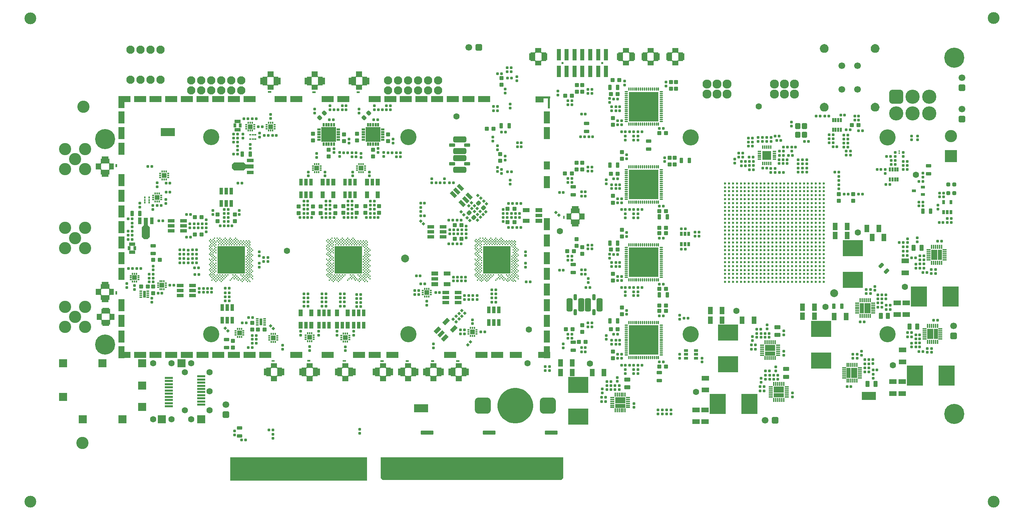
<source format=gts>
G04*
G04 #@! TF.GenerationSoftware,Altium Limited,Altium Designer,19.1.6 (110)*
G04*
G04 Layer_Color=8388736*
%FSLAX44Y44*%
%MOMM*%
G71*
G01*
G75*
%ADD29C,0.3500*%
%ADD41R,1.2000X1.2000*%
%ADD46R,1.2000X1.2000*%
%ADD59C,1.6000*%
%ADD111R,7.0000X7.0000*%
%ADD112R,34.8000X5.9750*%
G04:AMPARAMS|DCode=113|XSize=1.1mm|YSize=1mm|CornerRadius=0.1625mm|HoleSize=0mm|Usage=FLASHONLY|Rotation=90.000|XOffset=0mm|YOffset=0mm|HoleType=Round|Shape=RoundedRectangle|*
%AMROUNDEDRECTD113*
21,1,1.1000,0.6750,0,0,90.0*
21,1,0.7750,1.0000,0,0,90.0*
1,1,0.3250,0.3375,0.3875*
1,1,0.3250,0.3375,-0.3875*
1,1,0.3250,-0.3375,-0.3875*
1,1,0.3250,-0.3375,0.3875*
%
%ADD113ROUNDEDRECTD113*%
G04:AMPARAMS|DCode=114|XSize=0.6mm|YSize=0.7mm|CornerRadius=0.1mm|HoleSize=0mm|Usage=FLASHONLY|Rotation=0.000|XOffset=0mm|YOffset=0mm|HoleType=Round|Shape=RoundedRectangle|*
%AMROUNDEDRECTD114*
21,1,0.6000,0.5000,0,0,0.0*
21,1,0.4000,0.7000,0,0,0.0*
1,1,0.2000,0.2000,-0.2500*
1,1,0.2000,-0.2000,-0.2500*
1,1,0.2000,-0.2000,0.2500*
1,1,0.2000,0.2000,0.2500*
%
%ADD114ROUNDEDRECTD114*%
G04:AMPARAMS|DCode=115|XSize=0.6mm|YSize=0.7mm|CornerRadius=0.1mm|HoleSize=0mm|Usage=FLASHONLY|Rotation=90.000|XOffset=0mm|YOffset=0mm|HoleType=Round|Shape=RoundedRectangle|*
%AMROUNDEDRECTD115*
21,1,0.6000,0.5000,0,0,90.0*
21,1,0.4000,0.7000,0,0,90.0*
1,1,0.2000,0.2500,0.2000*
1,1,0.2000,0.2500,-0.2000*
1,1,0.2000,-0.2500,-0.2000*
1,1,0.2000,-0.2500,0.2000*
%
%ADD115ROUNDEDRECTD115*%
G04:AMPARAMS|DCode=116|XSize=0.7mm|YSize=0.7mm|CornerRadius=0.11mm|HoleSize=0mm|Usage=FLASHONLY|Rotation=270.000|XOffset=0mm|YOffset=0mm|HoleType=Round|Shape=RoundedRectangle|*
%AMROUNDEDRECTD116*
21,1,0.7000,0.4800,0,0,270.0*
21,1,0.4800,0.7000,0,0,270.0*
1,1,0.2200,-0.2400,-0.2400*
1,1,0.2200,-0.2400,0.2400*
1,1,0.2200,0.2400,0.2400*
1,1,0.2200,0.2400,-0.2400*
%
%ADD116ROUNDEDRECTD116*%
G04:AMPARAMS|DCode=117|XSize=0.7mm|YSize=0.7mm|CornerRadius=0.11mm|HoleSize=0mm|Usage=FLASHONLY|Rotation=0.000|XOffset=0mm|YOffset=0mm|HoleType=Round|Shape=RoundedRectangle|*
%AMROUNDEDRECTD117*
21,1,0.7000,0.4800,0,0,0.0*
21,1,0.4800,0.7000,0,0,0.0*
1,1,0.2200,0.2400,-0.2400*
1,1,0.2200,-0.2400,-0.2400*
1,1,0.2200,-0.2400,0.2400*
1,1,0.2200,0.2400,0.2400*
%
%ADD117ROUNDEDRECTD117*%
G04:AMPARAMS|DCode=118|XSize=0.6mm|YSize=0.7mm|CornerRadius=0.1mm|HoleSize=0mm|Usage=FLASHONLY|Rotation=225.000|XOffset=0mm|YOffset=0mm|HoleType=Round|Shape=RoundedRectangle|*
%AMROUNDEDRECTD118*
21,1,0.6000,0.5000,0,0,225.0*
21,1,0.4000,0.7000,0,0,225.0*
1,1,0.2000,-0.3182,0.0354*
1,1,0.2000,-0.0354,0.3182*
1,1,0.2000,0.3182,-0.0354*
1,1,0.2000,0.0354,-0.3182*
%
%ADD118ROUNDEDRECTD118*%
G04:AMPARAMS|DCode=119|XSize=1.1mm|YSize=1mm|CornerRadius=0.1625mm|HoleSize=0mm|Usage=FLASHONLY|Rotation=0.000|XOffset=0mm|YOffset=0mm|HoleType=Round|Shape=RoundedRectangle|*
%AMROUNDEDRECTD119*
21,1,1.1000,0.6750,0,0,0.0*
21,1,0.7750,1.0000,0,0,0.0*
1,1,0.3250,0.3875,-0.3375*
1,1,0.3250,-0.3875,-0.3375*
1,1,0.3250,-0.3875,0.3375*
1,1,0.3250,0.3875,0.3375*
%
%ADD119ROUNDEDRECTD119*%
G04:AMPARAMS|DCode=120|XSize=1.4mm|YSize=0.9mm|CornerRadius=0.15mm|HoleSize=0mm|Usage=FLASHONLY|Rotation=180.000|XOffset=0mm|YOffset=0mm|HoleType=Round|Shape=RoundedRectangle|*
%AMROUNDEDRECTD120*
21,1,1.4000,0.6000,0,0,180.0*
21,1,1.1000,0.9000,0,0,180.0*
1,1,0.3000,-0.5500,0.3000*
1,1,0.3000,0.5500,0.3000*
1,1,0.3000,0.5500,-0.3000*
1,1,0.3000,-0.5500,-0.3000*
%
%ADD120ROUNDEDRECTD120*%
G04:AMPARAMS|DCode=121|XSize=4.3mm|YSize=4.3mm|CornerRadius=1.1mm|HoleSize=0mm|Usage=FLASHONLY|Rotation=90.000|XOffset=0mm|YOffset=0mm|HoleType=Round|Shape=RoundedRectangle|*
%AMROUNDEDRECTD121*
21,1,4.3000,2.1000,0,0,90.0*
21,1,2.1000,4.3000,0,0,90.0*
1,1,2.2000,1.0500,1.0500*
1,1,2.2000,1.0500,-1.0500*
1,1,2.2000,-1.0500,-1.0500*
1,1,2.2000,-1.0500,1.0500*
%
%ADD121ROUNDEDRECTD121*%
G04:AMPARAMS|DCode=122|XSize=4.1mm|YSize=4.1mm|CornerRadius=1.05mm|HoleSize=0mm|Usage=FLASHONLY|Rotation=90.000|XOffset=0mm|YOffset=0mm|HoleType=Round|Shape=RoundedRectangle|*
%AMROUNDEDRECTD122*
21,1,4.1000,2.0000,0,0,90.0*
21,1,2.0000,4.1000,0,0,90.0*
1,1,2.1000,1.0000,1.0000*
1,1,2.1000,1.0000,-1.0000*
1,1,2.1000,-1.0000,-1.0000*
1,1,2.1000,-1.0000,1.0000*
%
%ADD122ROUNDEDRECTD122*%
%ADD123R,1.1000X2.8500*%
G04:AMPARAMS|DCode=124|XSize=1.4mm|YSize=0.9mm|CornerRadius=0.15mm|HoleSize=0mm|Usage=FLASHONLY|Rotation=270.000|XOffset=0mm|YOffset=0mm|HoleType=Round|Shape=RoundedRectangle|*
%AMROUNDEDRECTD124*
21,1,1.4000,0.6000,0,0,270.0*
21,1,1.1000,0.9000,0,0,270.0*
1,1,0.3000,-0.3000,-0.5500*
1,1,0.3000,-0.3000,0.5500*
1,1,0.3000,0.3000,0.5500*
1,1,0.3000,0.3000,-0.5500*
%
%ADD124ROUNDEDRECTD124*%
%ADD125R,1.7500X1.0000*%
%ADD126R,1.7500X0.8600*%
%ADD127R,3.6000X2.0000*%
%ADD128R,1.1000X1.6500*%
%ADD129R,1.7000X1.3000*%
%ADD130R,1.3000X1.6500*%
%ADD131R,1.3000X1.3000*%
%ADD132R,2.2500X1.3000*%
%ADD133R,1.6500X1.1000*%
%ADD134R,1.3000X1.7000*%
%ADD135R,1.6500X1.3000*%
%ADD136R,1.3000X1.3000*%
%ADD137R,1.3000X2.2500*%
%ADD138C,2.0000*%
G04:AMPARAMS|DCode=139|XSize=1.5mm|YSize=1.3mm|CornerRadius=0.2mm|HoleSize=0mm|Usage=FLASHONLY|Rotation=270.000|XOffset=0mm|YOffset=0mm|HoleType=Round|Shape=RoundedRectangle|*
%AMROUNDEDRECTD139*
21,1,1.5000,0.9000,0,0,270.0*
21,1,1.1000,1.3000,0,0,270.0*
1,1,0.4000,-0.4500,-0.5500*
1,1,0.4000,-0.4500,0.5500*
1,1,0.4000,0.4500,0.5500*
1,1,0.4000,0.4500,-0.5500*
%
%ADD139ROUNDEDRECTD139*%
G04:AMPARAMS|DCode=140|XSize=0.6mm|YSize=0.7mm|CornerRadius=0.1mm|HoleSize=0mm|Usage=FLASHONLY|Rotation=135.000|XOffset=0mm|YOffset=0mm|HoleType=Round|Shape=RoundedRectangle|*
%AMROUNDEDRECTD140*
21,1,0.6000,0.5000,0,0,135.0*
21,1,0.4000,0.7000,0,0,135.0*
1,1,0.2000,0.0354,0.3182*
1,1,0.2000,0.3182,0.0354*
1,1,0.2000,-0.0354,-0.3182*
1,1,0.2000,-0.3182,-0.0354*
%
%ADD140ROUNDEDRECTD140*%
G04:AMPARAMS|DCode=141|XSize=1mm|YSize=1.75mm|CornerRadius=0mm|HoleSize=0mm|Usage=FLASHONLY|Rotation=315.000|XOffset=0mm|YOffset=0mm|HoleType=Round|Shape=Rectangle|*
%AMROTATEDRECTD141*
4,1,4,-0.9723,-0.2652,0.2652,0.9723,0.9723,0.2652,-0.2652,-0.9723,-0.9723,-0.2652,0.0*
%
%ADD141ROTATEDRECTD141*%

G04:AMPARAMS|DCode=142|XSize=0.86mm|YSize=1.75mm|CornerRadius=0mm|HoleSize=0mm|Usage=FLASHONLY|Rotation=315.000|XOffset=0mm|YOffset=0mm|HoleType=Round|Shape=Rectangle|*
%AMROTATEDRECTD142*
4,1,4,-0.9228,-0.3147,0.3147,0.9228,0.9228,0.3147,-0.3147,-0.9228,-0.9228,-0.3147,0.0*
%
%ADD142ROTATEDRECTD142*%

G04:AMPARAMS|DCode=143|XSize=0.7mm|YSize=0.7mm|CornerRadius=0.11mm|HoleSize=0mm|Usage=FLASHONLY|Rotation=225.000|XOffset=0mm|YOffset=0mm|HoleType=Round|Shape=RoundedRectangle|*
%AMROUNDEDRECTD143*
21,1,0.7000,0.4800,0,0,225.0*
21,1,0.4800,0.7000,0,0,225.0*
1,1,0.2200,-0.3394,0.0000*
1,1,0.2200,0.0000,0.3394*
1,1,0.2200,0.3394,0.0000*
1,1,0.2200,0.0000,-0.3394*
%
%ADD143ROUNDEDRECTD143*%
G04:AMPARAMS|DCode=144|XSize=1mm|YSize=1mm|CornerRadius=0.1625mm|HoleSize=0mm|Usage=FLASHONLY|Rotation=90.000|XOffset=0mm|YOffset=0mm|HoleType=Round|Shape=RoundedRectangle|*
%AMROUNDEDRECTD144*
21,1,1.0000,0.6750,0,0,90.0*
21,1,0.6750,1.0000,0,0,90.0*
1,1,0.3250,0.3375,0.3375*
1,1,0.3250,0.3375,-0.3375*
1,1,0.3250,-0.3375,-0.3375*
1,1,0.3250,-0.3375,0.3375*
%
%ADD144ROUNDEDRECTD144*%
%ADD145R,0.8600X1.7500*%
%ADD146R,1.0000X1.7500*%
G04:AMPARAMS|DCode=147|XSize=0.7mm|YSize=1.1mm|CornerRadius=0.125mm|HoleSize=0mm|Usage=FLASHONLY|Rotation=0.000|XOffset=0mm|YOffset=0mm|HoleType=Round|Shape=RoundedRectangle|*
%AMROUNDEDRECTD147*
21,1,0.7000,0.8500,0,0,0.0*
21,1,0.4500,1.1000,0,0,0.0*
1,1,0.2500,0.2250,-0.4250*
1,1,0.2500,-0.2250,-0.4250*
1,1,0.2500,-0.2250,0.4250*
1,1,0.2500,0.2250,0.4250*
%
%ADD147ROUNDEDRECTD147*%
%ADD148R,0.5000X1.1000*%
G04:AMPARAMS|DCode=149|XSize=0.7mm|YSize=1.1mm|CornerRadius=0.125mm|HoleSize=0mm|Usage=FLASHONLY|Rotation=90.000|XOffset=0mm|YOffset=0mm|HoleType=Round|Shape=RoundedRectangle|*
%AMROUNDEDRECTD149*
21,1,0.7000,0.8500,0,0,90.0*
21,1,0.4500,1.1000,0,0,90.0*
1,1,0.2500,0.4250,0.2250*
1,1,0.2500,0.4250,-0.2250*
1,1,0.2500,-0.4250,-0.2250*
1,1,0.2500,-0.4250,0.2250*
%
%ADD149ROUNDEDRECTD149*%
%ADD150C,1.7000*%
%ADD151R,2.1000X0.6000*%
%ADD152R,3.1000X1.6000*%
%ADD153R,1.6000X3.1000*%
%ADD154R,1.6000X2.1000*%
%ADD155R,2.1000X0.6000*%
%ADD156R,0.4100X0.4000*%
G04:AMPARAMS|DCode=157|XSize=1.1mm|YSize=1mm|CornerRadius=0.1625mm|HoleSize=0mm|Usage=FLASHONLY|Rotation=315.000|XOffset=0mm|YOffset=0mm|HoleType=Round|Shape=RoundedRectangle|*
%AMROUNDEDRECTD157*
21,1,1.1000,0.6750,0,0,315.0*
21,1,0.7750,1.0000,0,0,315.0*
1,1,0.3250,0.0354,-0.5127*
1,1,0.3250,-0.5127,0.0354*
1,1,0.3250,-0.0354,0.5127*
1,1,0.3250,0.5127,-0.0354*
%
%ADD157ROUNDEDRECTD157*%
%ADD158R,0.5000X0.9000*%
%ADD159R,0.9000X0.5000*%
%ADD160R,3.8000X3.8000*%
G04:AMPARAMS|DCode=161|XSize=1.6mm|YSize=0.81mm|CornerRadius=0.2275mm|HoleSize=0mm|Usage=FLASHONLY|Rotation=180.000|XOffset=0mm|YOffset=0mm|HoleType=Round|Shape=RoundedRectangle|*
%AMROUNDEDRECTD161*
21,1,1.6000,0.3550,0,0,180.0*
21,1,1.1450,0.8100,0,0,180.0*
1,1,0.4550,-0.5725,0.1775*
1,1,0.4550,0.5725,0.1775*
1,1,0.4550,0.5725,-0.1775*
1,1,0.4550,-0.5725,-0.1775*
%
%ADD161ROUNDEDRECTD161*%
G04:AMPARAMS|DCode=162|XSize=3.35mm|YSize=1.6mm|CornerRadius=0.425mm|HoleSize=0mm|Usage=FLASHONLY|Rotation=180.000|XOffset=0mm|YOffset=0mm|HoleType=Round|Shape=RoundedRectangle|*
%AMROUNDEDRECTD162*
21,1,3.3500,0.7500,0,0,180.0*
21,1,2.5000,1.6000,0,0,180.0*
1,1,0.8500,-1.2500,0.3750*
1,1,0.8500,1.2500,0.3750*
1,1,0.8500,1.2500,-0.3750*
1,1,0.8500,-1.2500,-0.3750*
%
%ADD162ROUNDEDRECTD162*%
%ADD163R,0.4500X0.5500*%
%ADD164R,0.5500X0.4500*%
%ADD165R,0.4000X0.4100*%
%ADD166R,0.7000X1.0000*%
%ADD167R,1.6000X0.8500*%
%ADD168R,1.7000X0.8112*%
%ADD169R,2.1000X1.0144*%
G04:AMPARAMS|DCode=170|XSize=2.1mm|YSize=3.5mm|CornerRadius=0mm|HoleSize=0mm|Usage=FLASHONLY|Rotation=270.000|XOffset=0mm|YOffset=0mm|HoleType=Round|Shape=Octagon|*
%AMOCTAGOND170*
4,1,8,1.7500,0.5250,1.7500,-0.5250,1.2250,-1.0500,-1.2250,-1.0500,-1.7500,-0.5250,-1.7500,0.5250,-1.2250,1.0500,1.2250,1.0500,1.7500,0.5250,0.0*
%
%ADD170OCTAGOND170*%

%ADD171R,0.8000X0.4000*%
%ADD172R,0.8000X1.7000*%
%ADD173R,0.8112X1.7000*%
%ADD174R,1.0144X2.1000*%
G04:AMPARAMS|DCode=175|XSize=2.1mm|YSize=3.5mm|CornerRadius=0mm|HoleSize=0mm|Usage=FLASHONLY|Rotation=0.000|XOffset=0mm|YOffset=0mm|HoleType=Round|Shape=Octagon|*
%AMOCTAGOND175*
4,1,8,-0.5250,1.7500,0.5250,1.7500,1.0500,1.2250,1.0500,-1.2250,0.5250,-1.7500,-0.5250,-1.7500,-1.0500,-1.2250,-1.0500,1.2250,-0.5250,1.7500,0.0*
%
%ADD175OCTAGOND175*%

G04:AMPARAMS|DCode=176|XSize=1.4mm|YSize=0.9mm|CornerRadius=0.15mm|HoleSize=0mm|Usage=FLASHONLY|Rotation=225.000|XOffset=0mm|YOffset=0mm|HoleType=Round|Shape=RoundedRectangle|*
%AMROUNDEDRECTD176*
21,1,1.4000,0.6000,0,0,225.0*
21,1,1.1000,0.9000,0,0,225.0*
1,1,0.3000,-0.6010,-0.1768*
1,1,0.3000,0.1768,0.6010*
1,1,0.3000,0.6010,0.1768*
1,1,0.3000,-0.1768,-0.6010*
%
%ADD176ROUNDEDRECTD176*%
G04:AMPARAMS|DCode=177|XSize=1.9mm|YSize=1.25mm|CornerRadius=0.1938mm|HoleSize=0mm|Usage=FLASHONLY|Rotation=90.000|XOffset=0mm|YOffset=0mm|HoleType=Round|Shape=RoundedRectangle|*
%AMROUNDEDRECTD177*
21,1,1.9000,0.8625,0,0,90.0*
21,1,1.5125,1.2500,0,0,90.0*
1,1,0.3875,0.4313,0.7563*
1,1,0.3875,0.4313,-0.7563*
1,1,0.3875,-0.4313,-0.7563*
1,1,0.3875,-0.4313,0.7563*
%
%ADD177ROUNDEDRECTD177*%
G04:AMPARAMS|DCode=178|XSize=1.9mm|YSize=1.25mm|CornerRadius=0.1938mm|HoleSize=0mm|Usage=FLASHONLY|Rotation=180.000|XOffset=0mm|YOffset=0mm|HoleType=Round|Shape=RoundedRectangle|*
%AMROUNDEDRECTD178*
21,1,1.9000,0.8625,0,0,180.0*
21,1,1.5125,1.2500,0,0,180.0*
1,1,0.3875,-0.7563,0.4313*
1,1,0.3875,0.7563,0.4313*
1,1,0.3875,0.7563,-0.4313*
1,1,0.3875,-0.7563,-0.4313*
%
%ADD178ROUNDEDRECTD178*%
G04:AMPARAMS|DCode=179|XSize=1.5mm|YSize=1.1mm|CornerRadius=0.175mm|HoleSize=0mm|Usage=FLASHONLY|Rotation=270.000|XOffset=0mm|YOffset=0mm|HoleType=Round|Shape=RoundedRectangle|*
%AMROUNDEDRECTD179*
21,1,1.5000,0.7500,0,0,270.0*
21,1,1.1500,1.1000,0,0,270.0*
1,1,0.3500,-0.3750,-0.5750*
1,1,0.3500,-0.3750,0.5750*
1,1,0.3500,0.3750,0.5750*
1,1,0.3500,0.3750,-0.5750*
%
%ADD179ROUNDEDRECTD179*%
G04:AMPARAMS|DCode=180|XSize=1.5mm|YSize=1.1mm|CornerRadius=0.175mm|HoleSize=0mm|Usage=FLASHONLY|Rotation=0.000|XOffset=0mm|YOffset=0mm|HoleType=Round|Shape=RoundedRectangle|*
%AMROUNDEDRECTD180*
21,1,1.5000,0.7500,0,0,0.0*
21,1,1.1500,1.1000,0,0,0.0*
1,1,0.3500,0.5750,-0.3750*
1,1,0.3500,-0.5750,-0.3750*
1,1,0.3500,-0.5750,0.3750*
1,1,0.3500,0.5750,0.3750*
%
%ADD180ROUNDEDRECTD180*%
%ADD181R,5.1000X4.1000*%
%ADD182R,4.1000X5.1000*%
%ADD183C,3.0000*%
%ADD184R,0.4000X0.9500*%
%ADD185R,0.9500X0.4000*%
%ADD186R,2.2000X2.2000*%
%ADD187R,0.6000X3.1000*%
%ADD188R,2.1000X1.6000*%
%ADD189O,0.3400X0.8500*%
%ADD190O,0.8500X0.3400*%
%ADD191R,7.5000X7.5000*%
%ADD192R,0.4500X0.4000*%
%ADD193C,0.6000*%
%ADD194R,0.8000X4.3000*%
%ADD195R,0.8000X3.3000*%
G04:AMPARAMS|DCode=196|XSize=0.7mm|YSize=0.7mm|CornerRadius=0.11mm|HoleSize=0mm|Usage=FLASHONLY|Rotation=315.000|XOffset=0mm|YOffset=0mm|HoleType=Round|Shape=RoundedRectangle|*
%AMROUNDEDRECTD196*
21,1,0.7000,0.4800,0,0,315.0*
21,1,0.4800,0.7000,0,0,315.0*
1,1,0.2200,0.0000,-0.3394*
1,1,0.2200,-0.3394,0.0000*
1,1,0.2200,0.0000,0.3394*
1,1,0.2200,0.3394,0.0000*
%
%ADD196ROUNDEDRECTD196*%
G04:AMPARAMS|DCode=197|XSize=1.1mm|YSize=1mm|CornerRadius=0.1625mm|HoleSize=0mm|Usage=FLASHONLY|Rotation=225.000|XOffset=0mm|YOffset=0mm|HoleType=Round|Shape=RoundedRectangle|*
%AMROUNDEDRECTD197*
21,1,1.1000,0.6750,0,0,225.0*
21,1,0.7750,1.0000,0,0,225.0*
1,1,0.3250,-0.5127,-0.0354*
1,1,0.3250,0.0354,0.5127*
1,1,0.3250,0.5127,0.0354*
1,1,0.3250,-0.0354,-0.5127*
%
%ADD197ROUNDEDRECTD197*%
G04:AMPARAMS|DCode=198|XSize=0.86mm|YSize=1.75mm|CornerRadius=0mm|HoleSize=0mm|Usage=FLASHONLY|Rotation=225.000|XOffset=0mm|YOffset=0mm|HoleType=Round|Shape=Rectangle|*
%AMROTATEDRECTD198*
4,1,4,-0.3147,0.9228,0.9228,-0.3147,0.3147,-0.9228,-0.9228,0.3147,-0.3147,0.9228,0.0*
%
%ADD198ROTATEDRECTD198*%

G04:AMPARAMS|DCode=199|XSize=0.35mm|YSize=0.575mm|CornerRadius=0.1125mm|HoleSize=0mm|Usage=FLASHONLY|Rotation=0.000|XOffset=0mm|YOffset=0mm|HoleType=Round|Shape=RoundedRectangle|*
%AMROUNDEDRECTD199*
21,1,0.3500,0.3500,0,0,0.0*
21,1,0.1250,0.5750,0,0,0.0*
1,1,0.2250,0.0625,-0.1750*
1,1,0.2250,-0.0625,-0.1750*
1,1,0.2250,-0.0625,0.1750*
1,1,0.2250,0.0625,0.1750*
%
%ADD199ROUNDEDRECTD199*%
G04:AMPARAMS|DCode=200|XSize=0.35mm|YSize=0.575mm|CornerRadius=0.1125mm|HoleSize=0mm|Usage=FLASHONLY|Rotation=270.000|XOffset=0mm|YOffset=0mm|HoleType=Round|Shape=RoundedRectangle|*
%AMROUNDEDRECTD200*
21,1,0.3500,0.3500,0,0,270.0*
21,1,0.1250,0.5750,0,0,270.0*
1,1,0.2250,-0.1750,-0.0625*
1,1,0.2250,-0.1750,0.0625*
1,1,0.2250,0.1750,0.0625*
1,1,0.2250,0.1750,-0.0625*
%
%ADD200ROUNDEDRECTD200*%
G04:AMPARAMS|DCode=201|XSize=0.35mm|YSize=1.1mm|CornerRadius=0.1125mm|HoleSize=0mm|Usage=FLASHONLY|Rotation=0.000|XOffset=0mm|YOffset=0mm|HoleType=Round|Shape=RoundedRectangle|*
%AMROUNDEDRECTD201*
21,1,0.3500,0.8750,0,0,0.0*
21,1,0.1250,1.1000,0,0,0.0*
1,1,0.2250,0.0625,-0.4375*
1,1,0.2250,-0.0625,-0.4375*
1,1,0.2250,-0.0625,0.4375*
1,1,0.2250,0.0625,0.4375*
%
%ADD201ROUNDEDRECTD201*%
G04:AMPARAMS|DCode=202|XSize=0.35mm|YSize=1.1mm|CornerRadius=0.1125mm|HoleSize=0mm|Usage=FLASHONLY|Rotation=270.000|XOffset=0mm|YOffset=0mm|HoleType=Round|Shape=RoundedRectangle|*
%AMROUNDEDRECTD202*
21,1,0.3500,0.8750,0,0,270.0*
21,1,0.1250,1.1000,0,0,270.0*
1,1,0.2250,-0.4375,-0.0625*
1,1,0.2250,-0.4375,0.0625*
1,1,0.2250,0.4375,0.0625*
1,1,0.2250,0.4375,-0.0625*
%
%ADD202ROUNDEDRECTD202*%
%ADD203R,1.5000X2.6500*%
%ADD204R,1.0000X2.6500*%
%ADD205R,2.6500X1.5000*%
%ADD206R,2.6500X1.0000*%
G04:AMPARAMS|DCode=207|XSize=3.35mm|YSize=1.6mm|CornerRadius=0.425mm|HoleSize=0mm|Usage=FLASHONLY|Rotation=90.000|XOffset=0mm|YOffset=0mm|HoleType=Round|Shape=RoundedRectangle|*
%AMROUNDEDRECTD207*
21,1,3.3500,0.7500,0,0,90.0*
21,1,2.5000,1.6000,0,0,90.0*
1,1,0.8500,0.3750,1.2500*
1,1,0.8500,0.3750,-1.2500*
1,1,0.8500,-0.3750,-1.2500*
1,1,0.8500,-0.3750,1.2500*
%
%ADD207ROUNDEDRECTD207*%
G04:AMPARAMS|DCode=208|XSize=1.6mm|YSize=0.81mm|CornerRadius=0.2275mm|HoleSize=0mm|Usage=FLASHONLY|Rotation=90.000|XOffset=0mm|YOffset=0mm|HoleType=Round|Shape=RoundedRectangle|*
%AMROUNDEDRECTD208*
21,1,1.6000,0.3550,0,0,90.0*
21,1,1.1450,0.8100,0,0,90.0*
1,1,0.4550,0.1775,0.5725*
1,1,0.4550,0.1775,-0.5725*
1,1,0.4550,-0.1775,-0.5725*
1,1,0.4550,-0.1775,0.5725*
%
%ADD208ROUNDEDRECTD208*%
G04:AMPARAMS|DCode=209|XSize=1.1mm|YSize=3.3mm|CornerRadius=0.3mm|HoleSize=0mm|Usage=FLASHONLY|Rotation=270.000|XOffset=0mm|YOffset=0mm|HoleType=Round|Shape=RoundedRectangle|*
%AMROUNDEDRECTD209*
21,1,1.1000,2.7000,0,0,270.0*
21,1,0.5000,3.3000,0,0,270.0*
1,1,0.6000,-1.3500,-0.2500*
1,1,0.6000,-1.3500,0.2500*
1,1,0.6000,1.3500,0.2500*
1,1,0.6000,1.3500,-0.2500*
%
%ADD209ROUNDEDRECTD209*%
%ADD210C,3.1000*%
G04:AMPARAMS|DCode=211|XSize=1.624mm|YSize=1.624mm|CornerRadius=0.2405mm|HoleSize=0mm|Usage=FLASHONLY|Rotation=270.000|XOffset=0mm|YOffset=0mm|HoleType=Round|Shape=RoundedRectangle|*
%AMROUNDEDRECTD211*
21,1,1.6240,1.1430,0,0,270.0*
21,1,1.1430,1.6240,0,0,270.0*
1,1,0.4810,-0.5715,-0.5715*
1,1,0.4810,-0.5715,0.5715*
1,1,0.4810,0.5715,0.5715*
1,1,0.4810,0.5715,-0.5715*
%
%ADD211ROUNDEDRECTD211*%
G04:AMPARAMS|DCode=212|XSize=1.624mm|YSize=1.624mm|CornerRadius=0.2405mm|HoleSize=0mm|Usage=FLASHONLY|Rotation=180.000|XOffset=0mm|YOffset=0mm|HoleType=Round|Shape=RoundedRectangle|*
%AMROUNDEDRECTD212*
21,1,1.6240,1.1430,0,0,180.0*
21,1,1.1430,1.6240,0,0,180.0*
1,1,0.4810,-0.5715,0.5715*
1,1,0.4810,0.5715,0.5715*
1,1,0.4810,0.5715,-0.5715*
1,1,0.4810,-0.5715,-0.5715*
%
%ADD212ROUNDEDRECTD212*%
%ADD213C,1.5600*%
%ADD214C,2.1000*%
%ADD215C,4.1000*%
%ADD216R,2.1000X2.1000*%
%ADD217C,2.3000*%
%ADD218C,5.1000*%
%ADD219R,3.1000X3.1000*%
G04:AMPARAMS|DCode=220|XSize=3.6mm|YSize=3.6mm|CornerRadius=0.925mm|HoleSize=0mm|Usage=FLASHONLY|Rotation=180.000|XOffset=0mm|YOffset=0mm|HoleType=Round|Shape=RoundedRectangle|*
%AMROUNDEDRECTD220*
21,1,3.6000,1.7500,0,0,180.0*
21,1,1.7500,3.6000,0,0,180.0*
1,1,1.8500,-0.8750,0.8750*
1,1,1.8500,0.8750,0.8750*
1,1,1.8500,0.8750,-0.8750*
1,1,1.8500,-0.8750,-0.8750*
%
%ADD220ROUNDEDRECTD220*%
%ADD221C,3.6000*%
G36*
X2087458Y1105577D02*
X2089460Y1104748D01*
X2091262Y1103544D01*
X2092794Y1102012D01*
X2093998Y1100210D01*
X2094827Y1098208D01*
X2095250Y1096083D01*
Y1095000D01*
Y1093916D01*
X2094827Y1091791D01*
X2093998Y1089789D01*
X2092794Y1087988D01*
X2091262Y1086456D01*
X2089460Y1085252D01*
X2087458Y1084423D01*
X2085333Y1084000D01*
X2083166D01*
X2081041Y1084423D01*
X2079039Y1085252D01*
X2077238Y1086456D01*
X2075706Y1087988D01*
X2074502Y1089789D01*
X2073672Y1091791D01*
X2073250Y1093916D01*
Y1095000D01*
Y1096083D01*
X2073672Y1098208D01*
X2074502Y1100210D01*
X2075706Y1102012D01*
X2077238Y1103544D01*
X2079039Y1104748D01*
X2081041Y1105577D01*
X2083166Y1106000D01*
X2085333D01*
X2087458Y1105577D01*
D02*
G37*
G36*
X1958458D02*
X1960460Y1104748D01*
X1962262Y1103544D01*
X1963794Y1102012D01*
X1964998Y1100210D01*
X1965827Y1098208D01*
X1966250Y1096083D01*
Y1095000D01*
Y1093916D01*
X1965827Y1091791D01*
X1964998Y1089789D01*
X1963794Y1087988D01*
X1962262Y1086456D01*
X1960460Y1085252D01*
X1958458Y1084423D01*
X1956333Y1084000D01*
X1955250D01*
Y1095000D01*
X1955250Y1084000D01*
X1955250Y1084000D01*
X1954166D01*
X1952041Y1084423D01*
X1950039Y1085252D01*
X1948238Y1086456D01*
X1946705Y1087988D01*
X1945502Y1089789D01*
X1944673Y1091791D01*
X1944250Y1093916D01*
Y1095000D01*
Y1096083D01*
X1944673Y1098208D01*
X1945502Y1100210D01*
X1946705Y1102012D01*
X1948238Y1103544D01*
X1950039Y1104748D01*
X1952041Y1105577D01*
X1954166Y1106000D01*
X1956333D01*
X1958458Y1105577D01*
D02*
G37*
G36*
X1522833Y1083750D02*
X1520333D01*
X1520333Y1086250D01*
X1522833D01*
Y1083750D01*
D02*
G37*
G36*
X1508833Y1083750D02*
X1506333D01*
Y1086250D01*
X1508833D01*
Y1083750D01*
D02*
G37*
G36*
X1460417D02*
X1457917D01*
Y1086250D01*
X1460417D01*
Y1083750D01*
D02*
G37*
G36*
X1237750D02*
X1235250D01*
Y1086250D01*
X1237750D01*
Y1083750D01*
D02*
G37*
G36*
X1585250Y1083750D02*
X1582750D01*
Y1086250D01*
X1585250D01*
Y1083750D01*
D02*
G37*
G36*
X1446417D02*
X1443917D01*
Y1086250D01*
X1446417D01*
Y1083750D01*
D02*
G37*
G36*
X1223750D02*
X1221250D01*
Y1086250D01*
X1223750D01*
Y1083750D01*
D02*
G37*
G36*
X1571250Y1083750D02*
X1568750D01*
Y1086250D01*
X1571250D01*
Y1083750D01*
D02*
G37*
G36*
X1522833Y1062250D02*
X1520333D01*
Y1064750D01*
X1522833D01*
Y1062250D01*
D02*
G37*
G36*
X1508833D02*
X1506333D01*
Y1064750D01*
X1508833D01*
Y1062250D01*
D02*
G37*
G36*
X1460417D02*
X1457917D01*
Y1064750D01*
X1460417D01*
Y1062250D01*
D02*
G37*
G36*
X1446417D02*
X1443917D01*
Y1064750D01*
X1446417D01*
Y1062250D01*
D02*
G37*
G36*
X1237750D02*
X1235250D01*
Y1064750D01*
X1237750D01*
Y1062250D01*
D02*
G37*
G36*
X1223750D02*
X1221250D01*
Y1064750D01*
X1223750D01*
Y1062250D01*
D02*
G37*
G36*
X1571250Y1062250D02*
X1568750D01*
X1568750Y1064750D01*
X1571250Y1064750D01*
Y1062250D01*
D02*
G37*
G36*
X1585250Y1062250D02*
X1582750D01*
Y1064750D01*
X1585250D01*
Y1062250D01*
D02*
G37*
G36*
X670725Y1022292D02*
X668225D01*
Y1024792D01*
X670725D01*
Y1022292D01*
D02*
G37*
G36*
X656725Y1022292D02*
X654225D01*
Y1024792D01*
X656725D01*
Y1022292D01*
D02*
G37*
G36*
X558465D02*
X555965D01*
Y1024792D01*
X558465D01*
Y1022292D01*
D02*
G37*
G36*
X544464Y1022292D02*
X541964D01*
Y1024792D01*
X544464D01*
Y1022292D01*
D02*
G37*
G36*
X782985Y1022292D02*
X780485D01*
Y1024792D01*
X782985D01*
Y1022292D01*
D02*
G37*
G36*
X768985Y1022292D02*
X766485D01*
Y1024792D01*
X768985D01*
Y1022292D01*
D02*
G37*
G36*
X670725Y1000792D02*
X668225D01*
Y1003292D01*
X670725D01*
Y1000792D01*
D02*
G37*
G36*
X656725D02*
X654225D01*
Y1003292D01*
X656725D01*
Y1000792D01*
D02*
G37*
G36*
X558465Y1000792D02*
X555965D01*
Y1003292D01*
X558465D01*
Y1000792D01*
D02*
G37*
G36*
X544464D02*
X541964D01*
Y1003292D01*
X544464D01*
Y1000792D01*
D02*
G37*
G36*
X782985Y1000792D02*
X780485D01*
Y1003292D01*
X782985D01*
Y1000792D01*
D02*
G37*
G36*
X768985D02*
X766485D01*
Y1003292D01*
X768985D01*
Y1000792D01*
D02*
G37*
G36*
X551964Y983042D02*
X543965D01*
Y987042D01*
X551964D01*
Y983042D01*
D02*
G37*
G36*
X776485Y982292D02*
X768485D01*
Y986292D01*
X776485D01*
Y982292D01*
D02*
G37*
G36*
X664225D02*
X656225D01*
Y986292D01*
X664225D01*
Y982292D01*
D02*
G37*
G36*
X2087458Y956577D02*
X2089460Y955748D01*
X2091262Y954544D01*
X2092794Y953012D01*
X2093998Y951210D01*
X2094827Y949209D01*
X2095250Y947083D01*
Y946000D01*
Y944917D01*
X2094827Y942791D01*
X2093998Y940789D01*
X2092794Y938988D01*
X2091262Y937456D01*
X2089460Y936252D01*
X2087458Y935423D01*
X2085333Y935000D01*
X2083166D01*
X2081041Y935423D01*
X2079039Y936252D01*
X2077238Y937456D01*
X2075706Y938988D01*
X2074502Y940789D01*
X2073672Y942791D01*
X2073250Y944917D01*
Y946000D01*
Y947083D01*
X2073672Y949209D01*
X2074502Y951210D01*
X2075706Y953012D01*
X2077238Y954544D01*
X2079039Y955748D01*
X2081041Y956577D01*
X2083166Y957000D01*
X2085333D01*
X2087458Y956577D01*
D02*
G37*
G36*
X1958458Y956577D02*
X1960460Y955748D01*
X1962262Y954544D01*
X1963794Y953012D01*
X1964998Y951210D01*
X1965827Y949208D01*
X1966250Y947083D01*
Y946000D01*
Y944916D01*
X1965827Y942791D01*
X1964998Y940789D01*
X1963794Y938988D01*
X1962262Y937456D01*
X1960460Y936252D01*
X1958458Y935423D01*
X1956333Y935000D01*
X1954166D01*
X1952041Y935423D01*
X1950039Y936252D01*
X1948238Y937456D01*
X1946705Y938988D01*
X1945502Y940789D01*
X1944673Y942791D01*
X1944250Y944916D01*
Y946000D01*
Y947083D01*
X1944673Y949208D01*
X1945502Y951210D01*
X1946705Y953012D01*
X1948238Y954544D01*
X1950039Y955748D01*
X1952041Y956577D01*
X1954166Y957000D01*
X1956333D01*
X1958458Y956577D01*
D02*
G37*
G36*
X142708Y801225D02*
X140208D01*
Y803725D01*
X142708D01*
Y801225D01*
D02*
G37*
G36*
X121208D02*
X118708D01*
Y803725D01*
X121208D01*
Y801225D01*
D02*
G37*
G36*
X160458Y793725D02*
X156458D01*
Y801725D01*
X160458D01*
Y793725D01*
D02*
G37*
G36*
X142708Y787225D02*
X140208D01*
Y789725D01*
X142708D01*
Y787225D01*
D02*
G37*
G36*
X121208D02*
X118708D01*
Y789725D01*
X121208D01*
Y787225D01*
D02*
G37*
G36*
X1335250Y674532D02*
X1332750D01*
Y677032D01*
X1335250D01*
Y674532D01*
D02*
G37*
G36*
X1313750D02*
X1311250D01*
Y677032D01*
X1313750D01*
Y674532D01*
D02*
G37*
G36*
X1296647Y662533D02*
X1292647D01*
Y670532D01*
X1296647D01*
Y662533D01*
D02*
G37*
G36*
X1335250Y660532D02*
X1332750D01*
Y663032D01*
X1335250D01*
Y660532D01*
D02*
G37*
G36*
X1313750D02*
X1311250D01*
Y663032D01*
X1313750D01*
Y660532D01*
D02*
G37*
G36*
X142708Y482910D02*
X140208D01*
Y485410D01*
X142708D01*
Y482910D01*
D02*
G37*
G36*
X121208D02*
X118708D01*
Y485410D01*
X121208D01*
Y482910D01*
D02*
G37*
G36*
X160458Y470910D02*
X156458Y470910D01*
Y478910D01*
X160458D01*
Y470910D01*
D02*
G37*
G36*
X142708Y468910D02*
X140208D01*
Y471410D01*
X142708D01*
Y468910D01*
D02*
G37*
G36*
X121208D02*
X118708D01*
Y471410D01*
X121208D01*
Y468910D01*
D02*
G37*
G36*
X143685Y419750D02*
X141185D01*
Y422250D01*
X143685D01*
Y419750D01*
D02*
G37*
G36*
X122185D02*
X119685D01*
Y422250D01*
X122185D01*
Y419750D01*
D02*
G37*
G36*
X143685Y405750D02*
X141185D01*
Y408250D01*
X143685D01*
Y405750D01*
D02*
G37*
G36*
X122185D02*
X119685D01*
Y408250D01*
X122185D01*
Y405750D01*
D02*
G37*
G36*
X651150Y300708D02*
X643150D01*
Y304708D01*
X651150D01*
Y300708D01*
D02*
G37*
G36*
X560675Y299958D02*
X552675D01*
Y303958D01*
X560675D01*
Y299958D01*
D02*
G37*
G36*
X741625Y299956D02*
X733625D01*
Y303956D01*
X741625D01*
Y299956D01*
D02*
G37*
G36*
X1029250Y299750D02*
X1021250D01*
Y303750D01*
X1029250D01*
Y299750D01*
D02*
G37*
G36*
X965250D02*
X957250D01*
Y303750D01*
X965250Y303750D01*
Y299750D01*
D02*
G37*
G36*
X901250Y303750D02*
Y299750D01*
X893250D01*
Y303750D01*
X901250Y303750D01*
D02*
G37*
G36*
X837250Y299750D02*
X829250D01*
Y303750D01*
X837250D01*
Y299750D01*
D02*
G37*
G36*
X657650Y283708D02*
X655150D01*
Y286208D01*
X657650D01*
Y283708D01*
D02*
G37*
G36*
X643650D02*
X641150D01*
Y286208D01*
X643650D01*
Y283708D01*
D02*
G37*
G36*
X567175Y283708D02*
X564675D01*
Y286208D01*
X567175D01*
Y283708D01*
D02*
G37*
G36*
X553175D02*
X550675D01*
Y286208D01*
X553175D01*
Y283708D01*
D02*
G37*
G36*
X748125Y283706D02*
X745625D01*
Y286206D01*
X748125D01*
Y283706D01*
D02*
G37*
G36*
X734125D02*
X731625D01*
Y286206D01*
X734125D01*
Y283706D01*
D02*
G37*
G36*
X971750Y283500D02*
X969250D01*
Y286000D01*
X971750D01*
Y283500D01*
D02*
G37*
G36*
X957750D02*
X955250D01*
Y286000D01*
X957750D01*
Y283500D01*
D02*
G37*
G36*
X1035750Y283500D02*
X1033250D01*
Y286000D01*
X1035750D01*
Y283500D01*
D02*
G37*
G36*
X1021750D02*
X1019250D01*
Y286000D01*
X1021750D01*
Y283500D01*
D02*
G37*
G36*
X907750D02*
X905250D01*
Y286000D01*
X907750D01*
Y283500D01*
D02*
G37*
G36*
X893750D02*
X891250D01*
Y286000D01*
X893750D01*
Y283500D01*
D02*
G37*
G36*
X843750Y283500D02*
X841250D01*
Y286000D01*
X843750D01*
Y283500D01*
D02*
G37*
G36*
X829750D02*
X827250D01*
Y286000D01*
X829750D01*
Y283500D01*
D02*
G37*
G36*
X657650Y262208D02*
X655150D01*
Y264708D01*
X657650D01*
Y262208D01*
D02*
G37*
G36*
X643650Y262208D02*
X641150D01*
Y264708D01*
X643650D01*
Y262208D01*
D02*
G37*
G36*
X567175D02*
X564675D01*
Y264708D01*
X567175D01*
Y262208D01*
D02*
G37*
G36*
X553175Y262208D02*
X550675D01*
Y264708D01*
X553175D01*
Y262208D01*
D02*
G37*
G36*
X748125Y262206D02*
X745625D01*
Y264706D01*
X748125D01*
Y262206D01*
D02*
G37*
G36*
X734125Y262206D02*
X731625D01*
Y264706D01*
X734125D01*
Y262206D01*
D02*
G37*
G36*
X971750Y262000D02*
X969250D01*
Y264500D01*
X971750D01*
Y262000D01*
D02*
G37*
G36*
X1035750Y262000D02*
X1033250D01*
Y264500D01*
X1035750D01*
Y262000D01*
D02*
G37*
G36*
X957750D02*
X955250D01*
Y264500D01*
X957750D01*
Y262000D01*
D02*
G37*
G36*
X907750D02*
X905250D01*
Y264500D01*
X907750D01*
Y262000D01*
D02*
G37*
G36*
X1021750Y262000D02*
X1019250D01*
Y264500D01*
X1021750D01*
Y262000D01*
D02*
G37*
G36*
X893750D02*
X891250D01*
Y264500D01*
X893750D01*
Y262000D01*
D02*
G37*
G36*
X843750D02*
X841250D01*
Y264500D01*
X843750D01*
Y262000D01*
D02*
G37*
G36*
X829750Y262000D02*
X827250D01*
Y264500D01*
X829750D01*
Y262000D01*
D02*
G37*
G36*
X1180048Y232730D02*
X1185746Y231203D01*
X1191196Y228946D01*
X1196305Y225996D01*
X1200984Y222405D01*
X1205156Y218234D01*
X1208747Y213554D01*
X1211696Y208446D01*
X1213954Y202996D01*
X1215480Y197298D01*
X1216250Y191450D01*
X1216250Y188500D01*
X1216250Y185550D01*
X1215480Y179702D01*
X1213954Y174004D01*
X1211696Y168554D01*
X1208747Y163445D01*
X1205156Y158765D01*
X1200984Y154594D01*
X1196304Y151003D01*
X1191196Y148054D01*
X1185746Y145796D01*
X1180048Y144270D01*
X1174200Y143500D01*
X1171250Y143500D01*
X1171250Y143500D01*
X1168301Y143500D01*
X1162452Y144270D01*
X1156754Y145797D01*
X1151304Y148054D01*
X1146196Y151004D01*
X1141516Y154595D01*
X1137345Y158766D01*
X1133754Y163446D01*
X1130804Y168554D01*
X1128547Y174004D01*
X1127020Y179702D01*
X1126250Y185551D01*
X1126250Y188500D01*
X1126250Y188500D01*
Y191450D01*
X1127020Y197298D01*
X1128547Y202996D01*
X1130804Y208446D01*
X1133754Y213554D01*
X1137345Y218234D01*
X1141516Y222405D01*
X1146196Y225996D01*
X1151304Y228946D01*
X1156754Y231203D01*
X1162452Y232730D01*
X1168301Y233500D01*
X1171250D01*
X1174200Y233500D01*
X1180048Y232730D01*
D02*
G37*
G36*
X1293000Y57251D02*
X1293001Y5001D01*
X1288000Y0D01*
X1175501Y0D01*
Y28625D01*
X1175501Y-0D01*
X834501Y-1D01*
X829500Y5000D01*
X829500Y57250D01*
X1175501Y57250D01*
Y57251D01*
X1293000Y57251D01*
D02*
G37*
%LPC*%
G36*
X1944250Y946000D02*
X1944250Y946000D01*
X1955250D01*
X1944250Y946000D01*
D02*
G37*
%LPD*%
D29*
X1135550Y613901D02*
D03*
X1122230D02*
D03*
X1108910D02*
D03*
X1095590D02*
D03*
X1088930D02*
D03*
X1098920Y610571D02*
D03*
X1105580D02*
D03*
X1112240D02*
D03*
X1118900D02*
D03*
X1125560D02*
D03*
X1132220D02*
D03*
X1138880D02*
D03*
X1092260D02*
D03*
X1082270Y613900D02*
D03*
X1088930Y607241D02*
D03*
X1148870D02*
D03*
X1142210D02*
D03*
X1135550D02*
D03*
X1128890D02*
D03*
X1122230D02*
D03*
X1115570D02*
D03*
X1108910D02*
D03*
X1102250D02*
D03*
X1095590D02*
D03*
X1145540Y603911D02*
D03*
X1138880D02*
D03*
X1132220D02*
D03*
X1125560D02*
D03*
X1118900D02*
D03*
X1112240D02*
D03*
X1105580D02*
D03*
X1098920D02*
D03*
X1092260D02*
D03*
X1102250Y600581D02*
D03*
X1095590D02*
D03*
X1108910D02*
D03*
X1115570D02*
D03*
X1122230D02*
D03*
X1128890D02*
D03*
X1135550D02*
D03*
X1142210D02*
D03*
X1148870D02*
D03*
X1072280Y597251D02*
D03*
X1078940D02*
D03*
X1085600D02*
D03*
X1092260D02*
D03*
X1098920D02*
D03*
X1105580D02*
D03*
X1112240D02*
D03*
X1118900D02*
D03*
X1125560D02*
D03*
X1132220D02*
D03*
X1138880D02*
D03*
X1145540D02*
D03*
X1152200D02*
D03*
X1172180Y603911D02*
D03*
X1168850Y607241D02*
D03*
X1172180Y597251D02*
D03*
X1168850Y600581D02*
D03*
X1165520Y603911D02*
D03*
X1162190Y607241D02*
D03*
X1155530Y600581D02*
D03*
X1152200Y603911D02*
D03*
X1158860D02*
D03*
X1155530Y607241D02*
D03*
X1162190Y600581D02*
D03*
X1165520Y597251D02*
D03*
X1168850Y593921D02*
D03*
X1175510Y587261D02*
D03*
X1172180Y590591D02*
D03*
X1178841Y583931D02*
D03*
X1158860Y597251D02*
D03*
X1162190Y593921D02*
D03*
X1165520Y590591D02*
D03*
X1172180Y583931D02*
D03*
X1168850Y587261D02*
D03*
X1175511Y580601D02*
D03*
X1165520Y583931D02*
D03*
X1168850Y580601D02*
D03*
X1175510Y573941D02*
D03*
X1172180Y577271D02*
D03*
X1178841Y570611D02*
D03*
X1165520Y577271D02*
D03*
X1168850Y573941D02*
D03*
X1175510Y567281D02*
D03*
X1172180Y570611D02*
D03*
X1165520Y570611D02*
D03*
X1168850Y567281D02*
D03*
X1175510Y560620D02*
D03*
X1172180Y563951D02*
D03*
X1178841Y557290D02*
D03*
X1162190Y567281D02*
D03*
X1165520Y563951D02*
D03*
X1168850Y560620D02*
D03*
X1175510Y553960D02*
D03*
X1172180Y557290D02*
D03*
X1162190Y560620D02*
D03*
X1165520Y557290D02*
D03*
X1168850Y553960D02*
D03*
X1175510Y547300D02*
D03*
X1172180Y550630D02*
D03*
X1178841Y543970D02*
D03*
X1162190Y553960D02*
D03*
X1165520Y550630D02*
D03*
X1168850Y547300D02*
D03*
X1175510Y540640D02*
D03*
X1172180Y543970D02*
D03*
X1162190Y547300D02*
D03*
X1165520Y543970D02*
D03*
X1168850Y540640D02*
D03*
X1175510Y533980D02*
D03*
X1172180Y537310D02*
D03*
X1178841Y530650D02*
D03*
X1162190Y540640D02*
D03*
X1165520Y537310D02*
D03*
X1168850Y533980D02*
D03*
X1175510Y527320D02*
D03*
X1172180Y530650D02*
D03*
X1162190Y533980D02*
D03*
X1165520Y530650D02*
D03*
X1168850Y527320D02*
D03*
X1175510Y520660D02*
D03*
X1172180Y523990D02*
D03*
X1178841Y517330D02*
D03*
X1162190Y527320D02*
D03*
X1165520Y523990D02*
D03*
X1168850Y520660D02*
D03*
X1175510Y514000D02*
D03*
X1172180Y517330D02*
D03*
X1178841Y510670D02*
D03*
X1162190Y520660D02*
D03*
X1165520Y517330D02*
D03*
X1168850Y514000D02*
D03*
X1155530Y520660D02*
D03*
X1158860Y517330D02*
D03*
X1162190Y514000D02*
D03*
X1168850Y507340D02*
D03*
X1165520Y510670D02*
D03*
X1172180Y504010D02*
D03*
X1165520D02*
D03*
X1158860Y510670D02*
D03*
X1162190Y507340D02*
D03*
X1155530Y514000D02*
D03*
X1152200Y517330D02*
D03*
X1148870Y520660D02*
D03*
X1152200Y510670D02*
D03*
X1155530Y507340D02*
D03*
X1152200Y504010D02*
D03*
X1148870Y507340D02*
D03*
X1132220Y510670D02*
D03*
X1145540D02*
D03*
X1142210Y507340D02*
D03*
Y514000D02*
D03*
X1138880Y510670D02*
D03*
X1135550Y514000D02*
D03*
X1138880Y517330D02*
D03*
X1122230Y507340D02*
D03*
X1125560Y510670D02*
D03*
X1128890Y514000D02*
D03*
X1132220Y517330D02*
D03*
X1135550Y520660D02*
D03*
X1128890D02*
D03*
X1075610Y507340D02*
D03*
X1082270Y607240D02*
D03*
X1085600Y603910D02*
D03*
X1078940Y610570D02*
D03*
X1072280D02*
D03*
X1082270Y600580D02*
D03*
X1075610Y607240D02*
D03*
X1078940Y603910D02*
D03*
X1072280D02*
D03*
X1068950Y607240D02*
D03*
X1082270Y593920D02*
D03*
X1085600Y590590D02*
D03*
X1075610Y600580D02*
D03*
X1082270Y587260D02*
D03*
X1085600Y583930D02*
D03*
X1075610Y593920D02*
D03*
X1072280Y590590D02*
D03*
X1068950Y593920D02*
D03*
X1082270Y580600D02*
D03*
X1085600Y577270D02*
D03*
X1075610Y587260D02*
D03*
X1078940Y583930D02*
D03*
X1072280D02*
D03*
X1068950Y587260D02*
D03*
X1075610Y580600D02*
D03*
X1078940Y577270D02*
D03*
X1072280D02*
D03*
X1082270Y567280D02*
D03*
X1085600Y563950D02*
D03*
X1075610Y573940D02*
D03*
X1078940Y570610D02*
D03*
X1072280D02*
D03*
X1068950Y573940D02*
D03*
X1082270Y560620D02*
D03*
X1085600Y557290D02*
D03*
X1075610Y567280D02*
D03*
X1078940Y563950D02*
D03*
Y557290D02*
D03*
X1075610Y560620D02*
D03*
X1085600Y550630D02*
D03*
X1078940D02*
D03*
X1075610Y553960D02*
D03*
X1085600Y543970D02*
D03*
X1082270Y547300D02*
D03*
X1068950Y560620D02*
D03*
X1072280Y557290D02*
D03*
X1082270Y540640D02*
D03*
X1078940Y543970D02*
D03*
X1085600Y537310D02*
D03*
X1072280Y550630D02*
D03*
X1075610Y547300D02*
D03*
X1072280Y543970D02*
D03*
X1068950Y547300D02*
D03*
X1115570Y520660D02*
D03*
X1112240Y517330D02*
D03*
X1108910Y520660D02*
D03*
X1102250D02*
D03*
X1108910Y514000D02*
D03*
X1105580Y517330D02*
D03*
X1102250Y514000D02*
D03*
X1105580Y510670D02*
D03*
X1095590Y520660D02*
D03*
X1098920Y517330D02*
D03*
X1082270Y533980D02*
D03*
X1085600Y530650D02*
D03*
X1075610Y540640D02*
D03*
X1078940Y537310D02*
D03*
X1072280Y530650D02*
D03*
X1068950Y533980D02*
D03*
X1075610D02*
D03*
X1072280Y537310D02*
D03*
X1095590Y507340D02*
D03*
X1098920Y504010D02*
D03*
Y510670D02*
D03*
X1102250Y507340D02*
D03*
X1082270Y527320D02*
D03*
X1078940Y530650D02*
D03*
X1088930Y520660D02*
D03*
X1095590Y514000D02*
D03*
X1092260Y517330D02*
D03*
X1075610Y527320D02*
D03*
X1078940Y523990D02*
D03*
X1085600Y517330D02*
D03*
X1082270Y520660D02*
D03*
X1092260Y510670D02*
D03*
X1088930Y514000D02*
D03*
X1085600Y510670D02*
D03*
X1088930Y507340D02*
D03*
X1078940Y517330D02*
D03*
X1082270Y514000D02*
D03*
X1075610Y520660D02*
D03*
X1072280Y523990D02*
D03*
X1068950Y520660D02*
D03*
X1072280Y517330D02*
D03*
X1075610Y514000D02*
D03*
X1078940Y510670D02*
D03*
X1082270Y507340D02*
D03*
X1085600Y504010D02*
D03*
X461610Y613336D02*
D03*
X448290D02*
D03*
X434970D02*
D03*
X421650D02*
D03*
X414990D02*
D03*
X424980Y610006D02*
D03*
X431640D02*
D03*
X438300D02*
D03*
X444960D02*
D03*
X451620D02*
D03*
X458280D02*
D03*
X464940D02*
D03*
X418320D02*
D03*
X408330Y613336D02*
D03*
X414990Y606676D02*
D03*
X474930D02*
D03*
X468270D02*
D03*
X461610D02*
D03*
X454950D02*
D03*
X448290D02*
D03*
X441630D02*
D03*
X434970D02*
D03*
X428310D02*
D03*
X421650D02*
D03*
X471600Y603346D02*
D03*
X464940D02*
D03*
X458280D02*
D03*
X451620D02*
D03*
X444960D02*
D03*
X438300D02*
D03*
X431640D02*
D03*
X424980D02*
D03*
X418320D02*
D03*
X428310Y600016D02*
D03*
X421650D02*
D03*
X434970D02*
D03*
X441630D02*
D03*
X448290D02*
D03*
X454950D02*
D03*
X461610D02*
D03*
X468270D02*
D03*
X474930D02*
D03*
X398340Y596686D02*
D03*
X405000D02*
D03*
X411660D02*
D03*
X418320D02*
D03*
X424980D02*
D03*
X431640D02*
D03*
X438300D02*
D03*
X444960D02*
D03*
X451620D02*
D03*
X458280D02*
D03*
X464940D02*
D03*
X471600D02*
D03*
X478260D02*
D03*
X498240Y603346D02*
D03*
X494910Y606676D02*
D03*
X498240Y596686D02*
D03*
X494910Y600016D02*
D03*
X491580Y603346D02*
D03*
X488250Y606676D02*
D03*
X481590Y600016D02*
D03*
X478260Y603346D02*
D03*
X484920D02*
D03*
X481590Y606676D02*
D03*
X488250Y600016D02*
D03*
X491580Y596686D02*
D03*
X494910Y593356D02*
D03*
X501571Y586696D02*
D03*
X498240Y590026D02*
D03*
X504901Y583366D02*
D03*
X484920Y596686D02*
D03*
X488250Y593356D02*
D03*
X491580Y590026D02*
D03*
X498241Y583366D02*
D03*
X494910Y586696D02*
D03*
X501571Y580036D02*
D03*
X491580Y583366D02*
D03*
X494910Y580036D02*
D03*
X501571Y573376D02*
D03*
X498240Y576706D02*
D03*
X504901Y570046D02*
D03*
X491580Y576706D02*
D03*
X494910Y573376D02*
D03*
X501571Y566716D02*
D03*
X498240Y570046D02*
D03*
X491580Y570046D02*
D03*
X494910Y566716D02*
D03*
X501571Y560056D02*
D03*
X498240Y563386D02*
D03*
X504901Y556726D02*
D03*
X488250Y566716D02*
D03*
X491580Y563386D02*
D03*
X494910Y560056D02*
D03*
X501571Y553396D02*
D03*
X498240Y556726D02*
D03*
X488250Y560056D02*
D03*
X491580Y556726D02*
D03*
X494910Y553396D02*
D03*
X501571Y546736D02*
D03*
X498240Y550066D02*
D03*
X504901Y543406D02*
D03*
X488250Y553396D02*
D03*
X491580Y550066D02*
D03*
X494910Y546736D02*
D03*
X501571Y540076D02*
D03*
X498240Y543406D02*
D03*
X488250Y546736D02*
D03*
X491580Y543405D02*
D03*
X494910Y540076D02*
D03*
X501571Y533415D02*
D03*
X498240Y536745D02*
D03*
X504901Y530085D02*
D03*
X488250Y540075D02*
D03*
X491580Y536745D02*
D03*
X494910Y533415D02*
D03*
X501571Y526755D02*
D03*
X498240Y530085D02*
D03*
X488250Y533415D02*
D03*
X491580Y530085D02*
D03*
X494910Y526755D02*
D03*
X501571Y520095D02*
D03*
X498240Y523425D02*
D03*
X504901Y516765D02*
D03*
X488250Y526755D02*
D03*
X491580Y523425D02*
D03*
X494910Y520095D02*
D03*
X501571Y513435D02*
D03*
X498240Y516765D02*
D03*
X504901Y510105D02*
D03*
X488250Y520095D02*
D03*
X491580Y516765D02*
D03*
X494910Y513435D02*
D03*
X481590Y520095D02*
D03*
X484920Y516765D02*
D03*
X488250Y513435D02*
D03*
X494910Y506775D02*
D03*
X491580Y510105D02*
D03*
X498241Y503445D02*
D03*
X491580D02*
D03*
X484920Y510105D02*
D03*
X488250Y506775D02*
D03*
X481590Y513435D02*
D03*
X478260Y516765D02*
D03*
X474930Y520095D02*
D03*
X478260Y510105D02*
D03*
X481590Y506775D02*
D03*
X478260Y503445D02*
D03*
X474930Y506775D02*
D03*
X458280Y510105D02*
D03*
X471600D02*
D03*
X468270Y506775D02*
D03*
Y513435D02*
D03*
X464940Y510105D02*
D03*
X461610Y513435D02*
D03*
X464940Y516765D02*
D03*
X448290Y506775D02*
D03*
X451620Y510105D02*
D03*
X454950Y513435D02*
D03*
X458280Y516765D02*
D03*
X461610Y520095D02*
D03*
X454950D02*
D03*
X401670Y506775D02*
D03*
X408330Y606676D02*
D03*
X411660Y603346D02*
D03*
X405000Y610006D02*
D03*
X398340D02*
D03*
X408330Y600016D02*
D03*
X401670Y606676D02*
D03*
X405000Y603346D02*
D03*
X398340D02*
D03*
X395010Y606676D02*
D03*
X408330Y593356D02*
D03*
X411660Y590026D02*
D03*
X401670Y600016D02*
D03*
X408330Y586696D02*
D03*
X411660Y583366D02*
D03*
X401670Y593356D02*
D03*
X398340Y590026D02*
D03*
X395010Y593356D02*
D03*
X408330Y580036D02*
D03*
X411660Y576706D02*
D03*
X401670Y586696D02*
D03*
X405000Y583366D02*
D03*
X398340D02*
D03*
X395010Y586696D02*
D03*
X401670Y580036D02*
D03*
X405000Y576706D02*
D03*
X398340D02*
D03*
X408330Y566716D02*
D03*
X411660Y563386D02*
D03*
X401670Y573376D02*
D03*
X405000Y570046D02*
D03*
X398340D02*
D03*
X395010Y573376D02*
D03*
X408330Y560056D02*
D03*
X411660Y556726D02*
D03*
X401670Y566716D02*
D03*
X405000Y563386D02*
D03*
Y556726D02*
D03*
X401670Y560056D02*
D03*
X411660Y550065D02*
D03*
X405000D02*
D03*
X401670Y553396D02*
D03*
X411660Y543405D02*
D03*
X408330Y546735D02*
D03*
X395010Y560056D02*
D03*
X398340Y556726D02*
D03*
X408330Y540075D02*
D03*
X405000Y543405D02*
D03*
X411660Y536745D02*
D03*
X398340Y550065D02*
D03*
X401670Y546735D02*
D03*
X398340Y543405D02*
D03*
X395010Y546735D02*
D03*
X441630Y520095D02*
D03*
X438300Y516765D02*
D03*
X434970Y520095D02*
D03*
X428310D02*
D03*
X434970Y513435D02*
D03*
X431640Y516765D02*
D03*
X428310Y513435D02*
D03*
X431640Y510105D02*
D03*
X421650Y520095D02*
D03*
X424980Y516765D02*
D03*
X408330Y533415D02*
D03*
X411660Y530085D02*
D03*
X401670Y540075D02*
D03*
X405000Y536745D02*
D03*
X398340Y530085D02*
D03*
X395010Y533415D02*
D03*
X401670D02*
D03*
X398340Y536745D02*
D03*
X421650Y506775D02*
D03*
X424980Y503445D02*
D03*
Y510105D02*
D03*
X428310Y506775D02*
D03*
X408330Y526755D02*
D03*
X405000Y530085D02*
D03*
X414990Y520095D02*
D03*
X421650Y513435D02*
D03*
X418320Y516765D02*
D03*
X401670Y526755D02*
D03*
X405000Y523425D02*
D03*
X411660Y516765D02*
D03*
X408330Y520095D02*
D03*
X418320Y510105D02*
D03*
X414990Y513435D02*
D03*
X411660Y510105D02*
D03*
X414990Y506775D02*
D03*
X405000Y516765D02*
D03*
X408330Y513435D02*
D03*
X401670Y520095D02*
D03*
X398340Y523425D02*
D03*
X395010Y520095D02*
D03*
X398340Y516765D02*
D03*
X401670Y513435D02*
D03*
X405000Y510105D02*
D03*
X408330Y506775D02*
D03*
X411660Y503445D02*
D03*
X759110Y613336D02*
D03*
X745790D02*
D03*
X732470D02*
D03*
X719150D02*
D03*
X712490D02*
D03*
X722480Y610006D02*
D03*
X729140D02*
D03*
X735800D02*
D03*
X742460D02*
D03*
X749120D02*
D03*
X755780D02*
D03*
X762440D02*
D03*
X715820D02*
D03*
X705830Y613336D02*
D03*
X712490Y606676D02*
D03*
X772430D02*
D03*
X765770D02*
D03*
X759110D02*
D03*
X752450D02*
D03*
X745790D02*
D03*
X739130D02*
D03*
X732470D02*
D03*
X725810D02*
D03*
X719150D02*
D03*
X769100Y603346D02*
D03*
X762440D02*
D03*
X755780D02*
D03*
X749120D02*
D03*
X742460D02*
D03*
X735800D02*
D03*
X729140D02*
D03*
X722480D02*
D03*
X715820D02*
D03*
X725810Y600016D02*
D03*
X719150D02*
D03*
X732470D02*
D03*
X739130D02*
D03*
X745790D02*
D03*
X752450D02*
D03*
X759110D02*
D03*
X765770D02*
D03*
X772430D02*
D03*
X695840Y596686D02*
D03*
X702500D02*
D03*
X709160D02*
D03*
X715820D02*
D03*
X722480D02*
D03*
X729140D02*
D03*
X735800D02*
D03*
X742460D02*
D03*
X749120D02*
D03*
X755780D02*
D03*
X762440D02*
D03*
X769100D02*
D03*
X775760D02*
D03*
X795741Y603346D02*
D03*
X792411Y606676D02*
D03*
X795741Y596686D02*
D03*
X792411Y600016D02*
D03*
X789080Y603346D02*
D03*
X785750Y606676D02*
D03*
X779090Y600016D02*
D03*
X775760Y603346D02*
D03*
X782420D02*
D03*
X779090Y606676D02*
D03*
X785750Y600016D02*
D03*
X789080Y596686D02*
D03*
X792411Y593356D02*
D03*
X799071Y586696D02*
D03*
X795741Y590026D02*
D03*
X802401Y583366D02*
D03*
X782420Y596686D02*
D03*
X785750Y593356D02*
D03*
X789080Y590026D02*
D03*
X795741Y583366D02*
D03*
X792411Y586696D02*
D03*
X799071Y580036D02*
D03*
X789080Y583366D02*
D03*
X792411Y580036D02*
D03*
X799071Y573376D02*
D03*
X795741Y576706D02*
D03*
X802401Y570046D02*
D03*
X789080Y576706D02*
D03*
X792411Y573376D02*
D03*
X799071Y566716D02*
D03*
X795741Y570046D02*
D03*
X789080Y570046D02*
D03*
X792411Y566716D02*
D03*
X799071Y560056D02*
D03*
X795741Y563386D02*
D03*
X802401Y556726D02*
D03*
X785750Y566716D02*
D03*
X789080Y563386D02*
D03*
X792411Y560056D02*
D03*
X799071Y553396D02*
D03*
X795741Y556726D02*
D03*
X785750Y560056D02*
D03*
X789080Y556726D02*
D03*
X792411Y553396D02*
D03*
X799071Y546736D02*
D03*
X795741Y550066D02*
D03*
X802401Y543406D02*
D03*
X785750Y553396D02*
D03*
X789080Y550066D02*
D03*
X792411Y546736D02*
D03*
X799071Y540075D02*
D03*
X795741Y543405D02*
D03*
X785750Y546735D02*
D03*
X789080Y543405D02*
D03*
X792411Y540075D02*
D03*
X799071Y533415D02*
D03*
X795741Y536745D02*
D03*
X802401Y530085D02*
D03*
X785750Y540075D02*
D03*
X789080Y536745D02*
D03*
X792411Y533415D02*
D03*
X799071Y526755D02*
D03*
X795741Y530085D02*
D03*
X785750Y533415D02*
D03*
X789080Y530085D02*
D03*
X792411Y526755D02*
D03*
X799071Y520095D02*
D03*
X795741Y523425D02*
D03*
X802401Y516765D02*
D03*
X785750Y526755D02*
D03*
X789080Y523425D02*
D03*
X792411Y520095D02*
D03*
X799071Y513435D02*
D03*
X795741Y516765D02*
D03*
X802401Y510105D02*
D03*
X785750Y520095D02*
D03*
X789080Y516765D02*
D03*
X792411Y513435D02*
D03*
X779090Y520095D02*
D03*
X782420Y516765D02*
D03*
X785750Y513435D02*
D03*
X792411Y506775D02*
D03*
X789080Y510105D02*
D03*
X795741Y503445D02*
D03*
X789080D02*
D03*
X782420Y510105D02*
D03*
X785750Y506775D02*
D03*
X779090Y513435D02*
D03*
X775760Y516765D02*
D03*
X772430Y520095D02*
D03*
X775760Y510105D02*
D03*
X779090Y506775D02*
D03*
X775760Y503445D02*
D03*
X772430Y506775D02*
D03*
X755780Y510105D02*
D03*
X769100D02*
D03*
X765770Y506775D02*
D03*
Y513435D02*
D03*
X762440Y510105D02*
D03*
X759110Y513435D02*
D03*
X762440Y516765D02*
D03*
X745790Y506775D02*
D03*
X749120Y510105D02*
D03*
X752450Y513435D02*
D03*
X755780Y516765D02*
D03*
X759110Y520095D02*
D03*
X752450D02*
D03*
X699170Y506775D02*
D03*
X705830Y606676D02*
D03*
X709160Y603346D02*
D03*
X702500Y610006D02*
D03*
X695840D02*
D03*
X705830Y600016D02*
D03*
X699170Y606676D02*
D03*
X702500Y603346D02*
D03*
X695840D02*
D03*
X692510Y606676D02*
D03*
X705830Y593356D02*
D03*
X709160Y590026D02*
D03*
X699170Y600016D02*
D03*
X705830Y586696D02*
D03*
X709160Y583366D02*
D03*
X699170Y593356D02*
D03*
X695840Y590026D02*
D03*
X692510Y593356D02*
D03*
X705830Y580036D02*
D03*
X709160Y576706D02*
D03*
X699170Y586696D02*
D03*
X702500Y583366D02*
D03*
X695840D02*
D03*
X692510Y586696D02*
D03*
X699170Y580036D02*
D03*
X702500Y576706D02*
D03*
X695840D02*
D03*
X705830Y566716D02*
D03*
X709160Y563386D02*
D03*
X699170Y573376D02*
D03*
X702500Y570046D02*
D03*
X695840D02*
D03*
X692510Y573376D02*
D03*
X705830Y560056D02*
D03*
X709160Y556726D02*
D03*
X699170Y566716D02*
D03*
X702500Y563386D02*
D03*
Y556726D02*
D03*
X699170Y560056D02*
D03*
X709160Y550065D02*
D03*
X702500D02*
D03*
X699170Y553396D02*
D03*
X709160Y543405D02*
D03*
X705830Y546735D02*
D03*
X692510Y560056D02*
D03*
X695840Y556726D02*
D03*
X705830Y540075D02*
D03*
X702500Y543405D02*
D03*
X709160Y536745D02*
D03*
X695840Y550065D02*
D03*
X699170Y546735D02*
D03*
X695840Y543405D02*
D03*
X692510Y546735D02*
D03*
X739130Y520095D02*
D03*
X735800Y516765D02*
D03*
X732470Y520095D02*
D03*
X725810D02*
D03*
X732470Y513435D02*
D03*
X729140Y516765D02*
D03*
X725810Y513435D02*
D03*
X729140Y510105D02*
D03*
X719150Y520095D02*
D03*
X722480Y516765D02*
D03*
X705830Y533415D02*
D03*
X709160Y530085D02*
D03*
X699170Y540075D02*
D03*
X702500Y536745D02*
D03*
X695840Y530085D02*
D03*
X692510Y533415D02*
D03*
X699170D02*
D03*
X695840Y536745D02*
D03*
X719150Y506775D02*
D03*
X722480Y503445D02*
D03*
Y510105D02*
D03*
X725810Y506775D02*
D03*
X705830Y526755D02*
D03*
X702500Y530085D02*
D03*
X712490Y520095D02*
D03*
X719150Y513435D02*
D03*
X715820Y516765D02*
D03*
X699170Y526755D02*
D03*
X702500Y523425D02*
D03*
X709160Y516765D02*
D03*
X705830Y520095D02*
D03*
X715820Y510105D02*
D03*
X712490Y513435D02*
D03*
X709160Y510105D02*
D03*
X712490Y506775D02*
D03*
X702500Y516765D02*
D03*
X705830Y513435D02*
D03*
X699170Y520095D02*
D03*
X695840Y523425D02*
D03*
X692510Y520095D02*
D03*
X695840Y516765D02*
D03*
X699170Y513435D02*
D03*
X702500Y510105D02*
D03*
X705830Y506775D02*
D03*
X709160Y503445D02*
D03*
D41*
X1062750Y375750D02*
D03*
X471268Y373257D02*
D03*
X274660Y494066D02*
D03*
X946396Y475370D02*
D03*
X262292Y717015D02*
D03*
D46*
X667475Y791601D02*
D03*
X739875Y361446D02*
D03*
X779735Y791601D02*
D03*
X649400Y362198D02*
D03*
X557089Y360686D02*
D03*
X205160Y513315D02*
D03*
X280042Y772894D02*
D03*
X498610Y896695D02*
D03*
X550110Y896695D02*
D03*
D59*
X2188000Y774500D02*
D03*
X1788750Y948250D02*
D03*
X1284000Y631750D02*
D03*
X1206000Y381750D02*
D03*
X1202000Y295750D02*
D03*
X592000Y581250D02*
D03*
X1022250Y923000D02*
D03*
X1732500Y428750D02*
D03*
X1629750Y223250D02*
D03*
X2160000Y489750D02*
D03*
X2040250Y628000D02*
D03*
X1958250Y439500D02*
D03*
X2129000Y290750D02*
D03*
X1361000Y295250D02*
D03*
X394990Y272910D02*
D03*
X251990Y296160D02*
D03*
X298990D02*
D03*
X348990D02*
D03*
X394990Y224910D02*
D03*
Y176910D02*
D03*
X348990Y153660D02*
D03*
X298990D02*
D03*
X251990D02*
D03*
D111*
X1124000Y559000D02*
D03*
X450060Y558435D02*
D03*
X747560D02*
D03*
D112*
X621500Y27375D02*
D03*
D113*
X1303250Y580500D02*
D03*
X1320250D02*
D03*
X251910Y558660D02*
D03*
X268910D02*
D03*
X2042500Y900500D02*
D03*
X2025500D02*
D03*
X1151826Y688360D02*
D03*
X1168826D02*
D03*
X1151826Y654040D02*
D03*
X1168826D02*
D03*
X238410Y490816D02*
D03*
X221410D02*
D03*
X517768Y382007D02*
D03*
X534768D02*
D03*
X1316500Y382500D02*
D03*
X1299500D02*
D03*
X1314750Y975250D02*
D03*
X1297750D02*
D03*
X1314500Y778125D02*
D03*
X1297500D02*
D03*
X1332500Y350500D02*
D03*
X1349500D02*
D03*
X1034904Y646592D02*
D03*
X1017904D02*
D03*
X1034904Y612273D02*
D03*
X1017904D02*
D03*
X1414000Y777250D02*
D03*
X1431000D02*
D03*
X1536750Y682500D02*
D03*
X1553750D02*
D03*
X1414000Y979750D02*
D03*
X1431000D02*
D03*
X1435250Y1014750D02*
D03*
X1418250D02*
D03*
X1536750Y880000D02*
D03*
X1553750D02*
D03*
X1431000Y584750D02*
D03*
X1414000D02*
D03*
X1553750Y485000D02*
D03*
X1536750D02*
D03*
X1536500Y626750D02*
D03*
X1553500D02*
D03*
X1536500Y639750D02*
D03*
X1553500D02*
D03*
X375400Y666815D02*
D03*
X358400D02*
D03*
X375400Y622815D02*
D03*
X358400D02*
D03*
X1414000Y382250D02*
D03*
X1431000D02*
D03*
X1553500Y429250D02*
D03*
X1536500D02*
D03*
X1536750Y287500D02*
D03*
X1553750D02*
D03*
X1536500Y442250D02*
D03*
X1553500D02*
D03*
X1099000Y891000D02*
D03*
X1116000D02*
D03*
D114*
X403750Y684000D02*
D03*
Y674000D02*
D03*
X471071Y684000D02*
D03*
Y674000D02*
D03*
X1871650Y898100D02*
D03*
X1871650Y908100D02*
D03*
X672350Y377198D02*
D03*
Y367198D02*
D03*
X626450Y377198D02*
D03*
Y367198D02*
D03*
X1045090Y514851D02*
D03*
Y504851D02*
D03*
X758535Y771601D02*
D03*
Y781601D02*
D03*
X813260Y697206D02*
D03*
Y687206D02*
D03*
X803260Y687206D02*
D03*
Y697206D02*
D03*
X644900Y461694D02*
D03*
Y451694D02*
D03*
X634900Y461694D02*
D03*
Y451694D02*
D03*
X800935Y771601D02*
D03*
Y781601D02*
D03*
X284660Y702065D02*
D03*
Y712066D02*
D03*
X749500Y855000D02*
D03*
X749500Y865000D02*
D03*
X662475Y931551D02*
D03*
Y941551D02*
D03*
X710975Y840923D02*
D03*
Y830923D02*
D03*
X701091Y949789D02*
D03*
Y939789D02*
D03*
X725475Y831422D02*
D03*
Y821422D02*
D03*
X732091Y949789D02*
D03*
Y939789D02*
D03*
X742091D02*
D03*
Y949789D02*
D03*
X963500Y335293D02*
D03*
Y345293D02*
D03*
X778700Y460194D02*
D03*
Y450194D02*
D03*
X680800Y461694D02*
D03*
Y451694D02*
D03*
X1181925Y666200D02*
D03*
Y676200D02*
D03*
X1150925Y666200D02*
D03*
Y676200D02*
D03*
X1160780Y1036029D02*
D03*
Y1046029D02*
D03*
X1150780Y1036029D02*
D03*
Y1046029D02*
D03*
X185750Y498250D02*
D03*
Y488250D02*
D03*
X550110Y917445D02*
D03*
Y927445D02*
D03*
X580910Y341565D02*
D03*
Y331566D02*
D03*
X262292Y744144D02*
D03*
Y754144D02*
D03*
X946396Y443539D02*
D03*
Y453539D02*
D03*
X205160Y493065D02*
D03*
Y483065D02*
D03*
X498610Y841195D02*
D03*
Y851195D02*
D03*
X218542Y692515D02*
D03*
Y702515D02*
D03*
X2028000Y318750D02*
D03*
Y308750D02*
D03*
X2078500Y295250D02*
D03*
Y305250D02*
D03*
X1852761Y316795D02*
D03*
Y326795D02*
D03*
X1874750Y210750D02*
D03*
Y220750D02*
D03*
X2227500Y323750D02*
D03*
Y333750D02*
D03*
X2177000Y337250D02*
D03*
Y347250D02*
D03*
X1794761Y361795D02*
D03*
Y371795D02*
D03*
X1816750Y265750D02*
D03*
Y255750D02*
D03*
X1805261Y371795D02*
D03*
Y361795D02*
D03*
X1827000Y265750D02*
D03*
Y255750D02*
D03*
X1424250Y229000D02*
D03*
X1424250Y239000D02*
D03*
X1414250Y239000D02*
D03*
Y229000D02*
D03*
X2187355Y547750D02*
D03*
Y537750D02*
D03*
X2237750Y524250D02*
D03*
X2237750Y534250D02*
D03*
X2111895Y459750D02*
D03*
Y469750D02*
D03*
X1472250Y184000D02*
D03*
Y194000D02*
D03*
X1841000Y813000D02*
D03*
Y803000D02*
D03*
X1861000D02*
D03*
Y813000D02*
D03*
X1851000Y803000D02*
D03*
Y813000D02*
D03*
X1819500Y780750D02*
D03*
Y790750D02*
D03*
X1748610Y829150D02*
D03*
Y819150D02*
D03*
X1738360D02*
D03*
Y829150D02*
D03*
X1775360Y808150D02*
D03*
Y798150D02*
D03*
X1765360Y808150D02*
D03*
Y798150D02*
D03*
X1820000Y859500D02*
D03*
X1820000Y869500D02*
D03*
X1627500Y618540D02*
D03*
X1627500Y628540D02*
D03*
X1637500Y618540D02*
D03*
Y628540D02*
D03*
X1121570Y462096D02*
D03*
Y472096D02*
D03*
X1111570Y462096D02*
D03*
Y472096D02*
D03*
X1004804Y624433D02*
D03*
Y634433D02*
D03*
X1035804D02*
D03*
Y624433D02*
D03*
X1431250Y713750D02*
D03*
Y703750D02*
D03*
X1441250Y713750D02*
D03*
Y703750D02*
D03*
X1454000Y825250D02*
D03*
Y815250D02*
D03*
X1550000Y808000D02*
D03*
Y818000D02*
D03*
X1401989Y751760D02*
D03*
Y761760D02*
D03*
X1431250Y911250D02*
D03*
Y901250D02*
D03*
X1441250Y911250D02*
D03*
Y901250D02*
D03*
X1448750Y1002250D02*
D03*
Y1012250D02*
D03*
X1553500Y1000000D02*
D03*
Y1010000D02*
D03*
X1410500Y968000D02*
D03*
Y958000D02*
D03*
X1453750Y627750D02*
D03*
Y617750D02*
D03*
X1431250Y516250D02*
D03*
Y506250D02*
D03*
X1441250Y516250D02*
D03*
Y506250D02*
D03*
X1410500Y573000D02*
D03*
Y563000D02*
D03*
X445025Y464911D02*
D03*
Y474911D02*
D03*
X435025Y464911D02*
D03*
Y474911D02*
D03*
X432410Y676065D02*
D03*
Y666066D02*
D03*
X345750Y639815D02*
D03*
Y649815D02*
D03*
X376750Y649815D02*
D03*
X376750Y639815D02*
D03*
X442410Y676065D02*
D03*
Y666066D02*
D03*
X727200Y451694D02*
D03*
Y461694D02*
D03*
X1431250Y318750D02*
D03*
Y308750D02*
D03*
X1454000Y430250D02*
D03*
Y420250D02*
D03*
X1441250Y318750D02*
D03*
Y308750D02*
D03*
X1402000Y356750D02*
D03*
Y366750D02*
D03*
X688675Y781601D02*
D03*
Y771601D02*
D03*
X646274Y781601D02*
D03*
Y771601D02*
D03*
X737200Y451694D02*
D03*
Y461694D02*
D03*
X2061500Y473250D02*
D03*
Y483250D02*
D03*
X2109744Y788000D02*
D03*
Y778000D02*
D03*
X1158280Y953718D02*
D03*
Y943718D02*
D03*
X1145531Y991969D02*
D03*
Y981969D02*
D03*
Y811841D02*
D03*
Y821841D02*
D03*
X1126030Y848220D02*
D03*
Y838220D02*
D03*
Y793220D02*
D03*
Y783220D02*
D03*
X1158280Y760969D02*
D03*
Y750969D02*
D03*
X1136000Y787750D02*
D03*
Y777750D02*
D03*
X1588335Y309220D02*
D03*
Y319220D02*
D03*
X1644750Y299250D02*
D03*
Y309250D02*
D03*
X1062750Y396500D02*
D03*
Y406500D02*
D03*
X649400Y328699D02*
D03*
Y338699D02*
D03*
X779735Y828801D02*
D03*
Y818801D02*
D03*
X739875Y327946D02*
D03*
Y337946D02*
D03*
X667475Y828801D02*
D03*
Y818801D02*
D03*
X718750Y367199D02*
D03*
Y377198D02*
D03*
X690800Y461694D02*
D03*
Y451694D02*
D03*
X768700Y460194D02*
D03*
Y450194D02*
D03*
X701000Y697206D02*
D03*
Y687206D02*
D03*
X691000D02*
D03*
Y697206D02*
D03*
X747000Y687206D02*
D03*
Y697206D02*
D03*
X757000Y687206D02*
D03*
Y697206D02*
D03*
X634699Y687206D02*
D03*
Y697206D02*
D03*
X644699Y687206D02*
D03*
Y697206D02*
D03*
X458500Y124000D02*
D03*
Y114000D02*
D03*
X761000Y377194D02*
D03*
Y367194D02*
D03*
X854352Y949789D02*
D03*
Y939789D02*
D03*
X844351D02*
D03*
Y949789D02*
D03*
X837735Y821422D02*
D03*
Y831422D02*
D03*
X813352Y939789D02*
D03*
Y949789D02*
D03*
X823235Y831173D02*
D03*
Y841173D02*
D03*
X774735Y941551D02*
D03*
Y931551D02*
D03*
X860985Y865025D02*
D03*
Y855025D02*
D03*
D115*
X337000Y673631D02*
D03*
X347000D02*
D03*
X337000Y616000D02*
D03*
X347000D02*
D03*
X1184961Y701550D02*
D03*
X1174961D02*
D03*
X1184961Y640850D02*
D03*
X1174961D02*
D03*
X1002500Y659750D02*
D03*
X1012500D02*
D03*
X1002500Y599115D02*
D03*
X1012500D02*
D03*
X2032500Y923500D02*
D03*
X2042500D02*
D03*
Y913500D02*
D03*
X2032500D02*
D03*
X1905390Y859360D02*
D03*
X1915390D02*
D03*
X803260Y707706D02*
D03*
X813260D02*
D03*
X803260Y676705D02*
D03*
X813260D02*
D03*
X757000Y707706D02*
D03*
X747000D02*
D03*
X747000Y676705D02*
D03*
X757000D02*
D03*
X634900Y472121D02*
D03*
X644900D02*
D03*
X2248020Y728270D02*
D03*
X2258020D02*
D03*
X2248020Y718270D02*
D03*
X2258020D02*
D03*
X2277770Y663770D02*
D03*
X2267770D02*
D03*
X2277770Y653770D02*
D03*
X2267770D02*
D03*
X2021000Y888390D02*
D03*
X2011000D02*
D03*
X1977500Y876100D02*
D03*
X1967500D02*
D03*
X1977500Y866100D02*
D03*
X1967500D02*
D03*
Y856100D02*
D03*
X1977500D02*
D03*
X2205387Y705475D02*
D03*
X2195387D02*
D03*
X2205387Y695475D02*
D03*
X2195387D02*
D03*
X2205500Y757975D02*
D03*
X2195500D02*
D03*
X285042Y730390D02*
D03*
X295042D02*
D03*
X503910Y346815D02*
D03*
X513910D02*
D03*
X503910Y356815D02*
D03*
X513910D02*
D03*
Y366815D02*
D03*
X503910D02*
D03*
X199660Y536566D02*
D03*
X189660D02*
D03*
X220660D02*
D03*
X210660D02*
D03*
X699475Y913801D02*
D03*
X709475D02*
D03*
X766750Y830250D02*
D03*
X756750D02*
D03*
Y820250D02*
D03*
X766750D02*
D03*
X920000Y518000D02*
D03*
X930000D02*
D03*
X1024590Y514851D02*
D03*
X1034590Y514851D02*
D03*
X1024590Y504851D02*
D03*
X1034590D02*
D03*
X2005000Y855000D02*
D03*
X2015000D02*
D03*
X2005000Y865000D02*
D03*
X2015000D02*
D03*
Y845000D02*
D03*
X2005000D02*
D03*
X768700Y439694D02*
D03*
X778700D02*
D03*
X1161425Y666200D02*
D03*
X1171425D02*
D03*
X1171425Y676200D02*
D03*
X1161425D02*
D03*
X1153961Y640850D02*
D03*
X1163961D02*
D03*
X1153961Y701550D02*
D03*
X1163961D02*
D03*
X969146Y475370D02*
D03*
X979146D02*
D03*
X1053642Y457670D02*
D03*
X1063642D02*
D03*
X1176500Y845770D02*
D03*
X1186500D02*
D03*
X1176500Y855640D02*
D03*
X1186500D02*
D03*
X565110Y874445D02*
D03*
X555110D02*
D03*
X482610Y916945D02*
D03*
X492610D02*
D03*
X544110Y874445D02*
D03*
X534110D02*
D03*
X503610Y916945D02*
D03*
X513610D02*
D03*
X519360Y896695D02*
D03*
X529360D02*
D03*
X295042Y753144D02*
D03*
X285042D02*
D03*
X248966Y795475D02*
D03*
X238966D02*
D03*
X925896Y470370D02*
D03*
X915896D02*
D03*
Y480370D02*
D03*
X925896D02*
D03*
X931146Y497870D02*
D03*
X941146D02*
D03*
X264660Y473815D02*
D03*
X274660D02*
D03*
X241910Y522315D02*
D03*
X251910D02*
D03*
Y512315D02*
D03*
X241910Y512315D02*
D03*
X241910Y502315D02*
D03*
X251910D02*
D03*
X456360Y826945D02*
D03*
X466360D02*
D03*
X456360Y857695D02*
D03*
X466360D02*
D03*
Y877445D02*
D03*
X456360D02*
D03*
Y867695D02*
D03*
X466360D02*
D03*
X488768Y398507D02*
D03*
X478768D02*
D03*
X188542Y662515D02*
D03*
X198542D02*
D03*
X188542Y631015D02*
D03*
X198542D02*
D03*
X198542Y610515D02*
D03*
X188542Y610515D02*
D03*
Y621015D02*
D03*
X198542Y621015D02*
D03*
X2013000Y236750D02*
D03*
X2023000D02*
D03*
X2068000Y294750D02*
D03*
X2058000Y294750D02*
D03*
X2068000Y284500D02*
D03*
X2058000D02*
D03*
X2242500Y405750D02*
D03*
X2232500D02*
D03*
X1770761Y331795D02*
D03*
X1780761D02*
D03*
X1792750Y225750D02*
D03*
X1802750D02*
D03*
X2197500Y347750D02*
D03*
X2187500Y347750D02*
D03*
X1784261Y382295D02*
D03*
X1794261D02*
D03*
X1816250Y276250D02*
D03*
X1806250D02*
D03*
X2187500Y358000D02*
D03*
X2197500D02*
D03*
X1413750Y249395D02*
D03*
X1403750D02*
D03*
X2197750Y558500D02*
D03*
X2207750D02*
D03*
X2197750Y548250D02*
D03*
X2207750D02*
D03*
X2252750Y606250D02*
D03*
X2242750D02*
D03*
X1762500Y867500D02*
D03*
X1772500D02*
D03*
X1851500Y780750D02*
D03*
X1841500D02*
D03*
X1772500Y847500D02*
D03*
X1762500D02*
D03*
X1772500Y857500D02*
D03*
X1762500D02*
D03*
X1841500Y824000D02*
D03*
X1851500D02*
D03*
X1851500Y845000D02*
D03*
X1861500D02*
D03*
X1744860Y797650D02*
D03*
X1754860D02*
D03*
X1799000Y791250D02*
D03*
X1809000D02*
D03*
X1314750Y360043D02*
D03*
X1304750D02*
D03*
X1355500Y783750D02*
D03*
X1365500D02*
D03*
X1355500Y793750D02*
D03*
X1365500D02*
D03*
X1355500Y991250D02*
D03*
X1365500D02*
D03*
X1355500Y981250D02*
D03*
X1365500D02*
D03*
X1314750Y755043D02*
D03*
X1304750D02*
D03*
X1314750Y962604D02*
D03*
X1304750D02*
D03*
X1314750Y765104D02*
D03*
X1304750D02*
D03*
X1355500Y586250D02*
D03*
X1365500D02*
D03*
X1314750Y370103D02*
D03*
X1304750D02*
D03*
X1314750Y952543D02*
D03*
X1304750D02*
D03*
X1355500Y596250D02*
D03*
X1365500D02*
D03*
X1314750Y557543D02*
D03*
X1304750D02*
D03*
X1355500Y388750D02*
D03*
X1365500D02*
D03*
X1355500Y398750D02*
D03*
X1365500D02*
D03*
X1314750Y567603D02*
D03*
X1304750D02*
D03*
X1015304Y624433D02*
D03*
X1025304D02*
D03*
X1015304Y634433D02*
D03*
X1025304D02*
D03*
X1421000Y764250D02*
D03*
X1431000D02*
D03*
X1546750Y694500D02*
D03*
X1536750D02*
D03*
X1436336Y739516D02*
D03*
X1426336D02*
D03*
X1436336Y749516D02*
D03*
X1426336D02*
D03*
X1421000Y967000D02*
D03*
X1431000D02*
D03*
X1546750Y892000D02*
D03*
X1536750D02*
D03*
X1436336Y937016D02*
D03*
X1426336D02*
D03*
X1436336Y947016D02*
D03*
X1426336D02*
D03*
X1421000Y572000D02*
D03*
X1431000D02*
D03*
X1546750Y497000D02*
D03*
X1536750D02*
D03*
X1546500Y614000D02*
D03*
X1536500D02*
D03*
X1436336Y542016D02*
D03*
X1426336D02*
D03*
X1436336Y552016D02*
D03*
X1426336D02*
D03*
X1083500Y375750D02*
D03*
X1093500D02*
D03*
X1033519Y599082D02*
D03*
X1023519D02*
D03*
X1033519Y659783D02*
D03*
X1023519D02*
D03*
X379910Y476065D02*
D03*
X389910D02*
D03*
X379910Y486065D02*
D03*
X389910D02*
D03*
X356250Y639815D02*
D03*
X366250D02*
D03*
X432410Y686565D02*
D03*
X442410D02*
D03*
X442410Y655565D02*
D03*
X432410D02*
D03*
X356250Y649815D02*
D03*
X366250D02*
D03*
X737200Y472194D02*
D03*
X727200D02*
D03*
X1421000Y369500D02*
D03*
X1431000D02*
D03*
X1546500Y416500D02*
D03*
X1536500D02*
D03*
X1546750Y299500D02*
D03*
X1536750D02*
D03*
X1436336Y344516D02*
D03*
X1426336D02*
D03*
X1436336Y354516D02*
D03*
X1426336D02*
D03*
X294910Y494066D02*
D03*
X304910D02*
D03*
X267042Y657515D02*
D03*
X277042D02*
D03*
X477410Y753065D02*
D03*
X467410D02*
D03*
X1592770Y637400D02*
D03*
X1602770D02*
D03*
X1602520Y585650D02*
D03*
X1592520D02*
D03*
X1400250Y199000D02*
D03*
X1390250D02*
D03*
X2091500Y449250D02*
D03*
X2101500D02*
D03*
X2091500Y459250D02*
D03*
X2101500D02*
D03*
X2056500Y401250D02*
D03*
X2046500D02*
D03*
X2134994Y800500D02*
D03*
X2124994D02*
D03*
Y810500D02*
D03*
X2134994D02*
D03*
X2155994Y788250D02*
D03*
X2165994D02*
D03*
X2155994Y798250D02*
D03*
X2165994D02*
D03*
X2165994Y808250D02*
D03*
X2155994D02*
D03*
X1116000Y948000D02*
D03*
X1126000D02*
D03*
X1161221Y1020279D02*
D03*
X1151221D02*
D03*
X1136030Y1030969D02*
D03*
X1126030D02*
D03*
X1116059Y936971D02*
D03*
X1126059D02*
D03*
X1161220Y782530D02*
D03*
X1151221D02*
D03*
X1032250Y370750D02*
D03*
X1042250D02*
D03*
Y380750D02*
D03*
X1032250D02*
D03*
X680800Y441194D02*
D03*
X690800D02*
D03*
X680800Y472194D02*
D03*
X690800D02*
D03*
X768700Y470694D02*
D03*
X778700D02*
D03*
X691000Y707706D02*
D03*
X701000D02*
D03*
X691000Y676706D02*
D03*
X701000D02*
D03*
X644699Y707706D02*
D03*
X634699D02*
D03*
Y676705D02*
D03*
X644699D02*
D03*
X486750Y101500D02*
D03*
X476750D02*
D03*
X1014268Y754500D02*
D03*
X1004268D02*
D03*
X1063642Y467670D02*
D03*
X1053642D02*
D03*
X879260Y820250D02*
D03*
X869260D02*
D03*
Y830250D02*
D03*
X879260D02*
D03*
X821735Y913801D02*
D03*
X811735D02*
D03*
D116*
X320000Y550750D02*
D03*
X330000Y550750D02*
D03*
X320000Y561750D02*
D03*
X330000Y561750D02*
D03*
X352000Y550750D02*
D03*
X362000D02*
D03*
X352000Y561750D02*
D03*
X362000D02*
D03*
X367500Y538500D02*
D03*
X357500D02*
D03*
X368000Y521250D02*
D03*
X358000D02*
D03*
X352000Y583750D02*
D03*
X362000D02*
D03*
X320000Y583750D02*
D03*
X330000D02*
D03*
X352000Y572750D02*
D03*
X362000D02*
D03*
X320000Y572750D02*
D03*
X330000D02*
D03*
X1357750Y871000D02*
D03*
X1367750D02*
D03*
X1346750D02*
D03*
X1336750D02*
D03*
X1609750Y410250D02*
D03*
X1599750D02*
D03*
X2187500Y368250D02*
D03*
X2197500D02*
D03*
X1957000Y923750D02*
D03*
X1967000D02*
D03*
X1934500D02*
D03*
X1944500D02*
D03*
X1882500Y845000D02*
D03*
X1872500D02*
D03*
X813260Y666206D02*
D03*
X823260D02*
D03*
X803260D02*
D03*
X793260D02*
D03*
X644900Y440694D02*
D03*
X634900D02*
D03*
X2256770Y653770D02*
D03*
X2246770D02*
D03*
X2052500Y886500D02*
D03*
X2042500D02*
D03*
X2005000Y875500D02*
D03*
X2015000D02*
D03*
X1987500Y845500D02*
D03*
X1977500D02*
D03*
X2007000Y925680D02*
D03*
X1997000D02*
D03*
X1874750Y823750D02*
D03*
X1864750D02*
D03*
X503910Y336315D02*
D03*
X493910D02*
D03*
X721591Y939789D02*
D03*
X711591D02*
D03*
X746000Y830000D02*
D03*
X736000D02*
D03*
X1350750Y488000D02*
D03*
X1360750D02*
D03*
X1208750Y503000D02*
D03*
X1198750D02*
D03*
X2099250Y788000D02*
D03*
X2089250D02*
D03*
X272292Y696352D02*
D03*
X262292D02*
D03*
X980595Y754500D02*
D03*
X970595D02*
D03*
X931000Y670750D02*
D03*
X941000D02*
D03*
X931000Y702750D02*
D03*
X941000D02*
D03*
X504268Y412507D02*
D03*
X494268Y412507D02*
D03*
X2089000Y279250D02*
D03*
X2079000D02*
D03*
X2068000Y274000D02*
D03*
X2058000D02*
D03*
Y305250D02*
D03*
X2068000D02*
D03*
X2176500Y374250D02*
D03*
X2166500Y374250D02*
D03*
X2195477Y325728D02*
D03*
X2205477D02*
D03*
X2166500Y363250D02*
D03*
X2176500D02*
D03*
X1780761Y342545D02*
D03*
X1770761D02*
D03*
X1802750Y236500D02*
D03*
X1792750D02*
D03*
X2197500Y337250D02*
D03*
X2187500D02*
D03*
X2155750Y602250D02*
D03*
X2145750D02*
D03*
X2091500Y469750D02*
D03*
X2101500D02*
D03*
X2165750Y591250D02*
D03*
X2155750Y591250D02*
D03*
X2207750Y537750D02*
D03*
X2197750Y537750D02*
D03*
Y569000D02*
D03*
X2207750D02*
D03*
X2176750Y563750D02*
D03*
X2186750D02*
D03*
X2215591Y526227D02*
D03*
X2205591D02*
D03*
X2165750Y580250D02*
D03*
X2155750D02*
D03*
X2155750Y569250D02*
D03*
X2165750Y569250D02*
D03*
X1834860Y861400D02*
D03*
X1844860D02*
D03*
X1754860Y808150D02*
D03*
X1744860D02*
D03*
X1841500Y834500D02*
D03*
X1851500D02*
D03*
X1774860Y819150D02*
D03*
X1764860D02*
D03*
X1765360Y787150D02*
D03*
X1775360D02*
D03*
X1840500Y872500D02*
D03*
X1830500D02*
D03*
X1283250Y730000D02*
D03*
X1293250D02*
D03*
X1349000Y720000D02*
D03*
X1339000D02*
D03*
X1349000Y522500D02*
D03*
X1339000D02*
D03*
Y731000D02*
D03*
X1349000D02*
D03*
X1339000Y928500D02*
D03*
X1349000D02*
D03*
X1283250Y532500D02*
D03*
X1293250D02*
D03*
X1339000Y533500D02*
D03*
X1349000D02*
D03*
X1349000Y325250D02*
D03*
X1339000D02*
D03*
X1339000Y336000D02*
D03*
X1349000D02*
D03*
X1482750Y686250D02*
D03*
X1492750D02*
D03*
X1471750D02*
D03*
X1461750D02*
D03*
X1450750Y686250D02*
D03*
X1440750D02*
D03*
X1482750Y883750D02*
D03*
X1492750D02*
D03*
X1471750D02*
D03*
X1461750D02*
D03*
X1450750Y883750D02*
D03*
X1440750D02*
D03*
X1482750Y488750D02*
D03*
X1492750D02*
D03*
X1471750D02*
D03*
X1461750D02*
D03*
X1450750Y488750D02*
D03*
X1440750D02*
D03*
X1111570Y451096D02*
D03*
X1121570D02*
D03*
X1111570Y482522D02*
D03*
X1121570D02*
D03*
X1482750Y291250D02*
D03*
X1492750D02*
D03*
X1471750D02*
D03*
X1461750D02*
D03*
X1450750Y291250D02*
D03*
X1440750D02*
D03*
X435025Y454411D02*
D03*
X445025D02*
D03*
X435025Y486359D02*
D03*
X445025D02*
D03*
X452410Y645065D02*
D03*
X442410D02*
D03*
X422410Y645066D02*
D03*
X432410D02*
D03*
X727200Y440694D02*
D03*
X737200D02*
D03*
X1400250Y209750D02*
D03*
X1390250D02*
D03*
X2101500Y438750D02*
D03*
X2091500D02*
D03*
X2122500Y443750D02*
D03*
X2112500Y443750D02*
D03*
X2122500Y432750D02*
D03*
X2112500D02*
D03*
X2111994Y749763D02*
D03*
X2121994D02*
D03*
X2113500Y821000D02*
D03*
X2123500Y821000D02*
D03*
X1982000Y781250D02*
D03*
X1992000D02*
D03*
X2005500Y725250D02*
D03*
X2015500D02*
D03*
X2042250D02*
D03*
X2052250D02*
D03*
X556500Y127000D02*
D03*
X546500D02*
D03*
X691000Y666206D02*
D03*
X681000D02*
D03*
X701000D02*
D03*
X711000D02*
D03*
X757000D02*
D03*
X767000D02*
D03*
X747000D02*
D03*
X737000D02*
D03*
X644699D02*
D03*
X654699D02*
D03*
X634699D02*
D03*
X624699D02*
D03*
X848260Y830000D02*
D03*
X858260D02*
D03*
X823851Y939789D02*
D03*
X833851D02*
D03*
X1136500Y883000D02*
D03*
X1146500D02*
D03*
D117*
X341000Y551250D02*
D03*
Y561250D02*
D03*
X341000Y583250D02*
D03*
Y573250D02*
D03*
X1247250Y287750D02*
D03*
Y277750D02*
D03*
X1258250Y287750D02*
D03*
Y277750D02*
D03*
X1434750Y239000D02*
D03*
Y229000D02*
D03*
X1837250Y265750D02*
D03*
Y255750D02*
D03*
X1815261Y371795D02*
D03*
Y361795D02*
D03*
X1014090Y514851D02*
D03*
Y504851D02*
D03*
X1872500Y845000D02*
D03*
Y835000D02*
D03*
X1279000Y987250D02*
D03*
Y977250D02*
D03*
X1588750Y407750D02*
D03*
Y417750D02*
D03*
X2244020Y687520D02*
D03*
Y697520D02*
D03*
X2010500Y834500D02*
D03*
Y824500D02*
D03*
X2021500D02*
D03*
Y834500D02*
D03*
X2205500Y768475D02*
D03*
Y778475D02*
D03*
X1356000Y501000D02*
D03*
Y511000D02*
D03*
X1140425Y686200D02*
D03*
Y676200D02*
D03*
X1140425Y656200D02*
D03*
Y666200D02*
D03*
X1175500Y1023250D02*
D03*
Y1013250D02*
D03*
X1074642Y467670D02*
D03*
Y457670D02*
D03*
X1042642Y467670D02*
D03*
Y457670D02*
D03*
X1533250Y167750D02*
D03*
Y177750D02*
D03*
X1544250Y167750D02*
D03*
Y177750D02*
D03*
X1555250Y167750D02*
D03*
Y177750D02*
D03*
X1566250Y167750D02*
D03*
Y177750D02*
D03*
X480360Y867445D02*
D03*
Y877445D02*
D03*
X991595Y754500D02*
D03*
X991595Y764500D02*
D03*
X959595Y754500D02*
D03*
Y764500D02*
D03*
X248660Y461065D02*
D03*
Y451065D02*
D03*
X251910Y532816D02*
D03*
Y542815D02*
D03*
X522110Y869945D02*
D03*
Y879945D02*
D03*
X466360Y837445D02*
D03*
Y847445D02*
D03*
X931000Y681750D02*
D03*
Y691750D02*
D03*
X251042Y686765D02*
D03*
Y696765D02*
D03*
X198542Y652015D02*
D03*
Y642015D02*
D03*
X1197312Y549983D02*
D03*
Y539983D02*
D03*
X2079000Y268250D02*
D03*
Y258250D02*
D03*
X2049841Y316772D02*
D03*
Y326772D02*
D03*
X2038750Y318750D02*
D03*
Y308750D02*
D03*
X1852250Y378000D02*
D03*
Y368000D02*
D03*
X1772739Y363886D02*
D03*
Y353886D02*
D03*
X1794727Y247841D02*
D03*
Y257841D02*
D03*
X1832250Y286750D02*
D03*
Y276750D02*
D03*
X1810261Y393295D02*
D03*
Y383295D02*
D03*
X2216750Y323750D02*
D03*
Y333750D02*
D03*
X1784261Y361795D02*
D03*
Y371795D02*
D03*
X1806250Y255750D02*
D03*
Y265750D02*
D03*
X1392227Y231159D02*
D03*
Y221159D02*
D03*
X2227000Y534250D02*
D03*
Y524250D02*
D03*
X2191000Y604500D02*
D03*
Y614500D02*
D03*
X1830500Y790750D02*
D03*
Y780750D02*
D03*
X1727860Y814150D02*
D03*
Y804150D02*
D03*
X1787500Y859500D02*
D03*
Y869500D02*
D03*
X1809500D02*
D03*
Y859500D02*
D03*
X1798500Y869500D02*
D03*
Y859500D02*
D03*
X2177000Y863000D02*
D03*
Y873000D02*
D03*
X2192250Y863100D02*
D03*
Y873100D02*
D03*
X1293250Y345250D02*
D03*
Y335250D02*
D03*
X1482750Y665250D02*
D03*
Y675250D02*
D03*
X1471750Y665250D02*
D03*
Y675250D02*
D03*
X1450750Y665250D02*
D03*
Y675250D02*
D03*
X1415336Y749516D02*
D03*
Y739516D02*
D03*
X1482750Y862750D02*
D03*
Y872750D02*
D03*
X1471750Y862750D02*
D03*
Y872750D02*
D03*
X1450750Y862750D02*
D03*
Y872750D02*
D03*
X1415336Y947016D02*
D03*
Y937017D02*
D03*
X1482750Y467750D02*
D03*
Y477750D02*
D03*
X1471750Y467750D02*
D03*
Y477750D02*
D03*
X1450750Y467750D02*
D03*
Y477750D02*
D03*
X1415336Y552016D02*
D03*
Y542016D02*
D03*
X1046304Y644433D02*
D03*
Y634433D02*
D03*
Y614433D02*
D03*
Y624433D02*
D03*
X1482750Y270250D02*
D03*
Y280250D02*
D03*
X1471750Y270250D02*
D03*
Y280250D02*
D03*
X1450750Y270250D02*
D03*
Y280250D02*
D03*
X1415336Y354516D02*
D03*
Y344516D02*
D03*
X368910Y486065D02*
D03*
Y476065D02*
D03*
X387250Y659815D02*
D03*
X387250Y649815D02*
D03*
X387250Y629815D02*
D03*
Y639815D02*
D03*
X1403750Y229000D02*
D03*
Y239000D02*
D03*
X1429750Y260000D02*
D03*
Y250000D02*
D03*
X2166750Y602250D02*
D03*
Y612250D02*
D03*
X2072250Y473250D02*
D03*
Y483250D02*
D03*
X2083659Y481159D02*
D03*
Y491159D02*
D03*
X2134994Y831000D02*
D03*
Y821000D02*
D03*
X2155994Y821000D02*
D03*
X2155994Y831000D02*
D03*
X1992000Y760250D02*
D03*
Y770250D02*
D03*
X1992000Y739000D02*
D03*
Y749000D02*
D03*
X1889000Y812500D02*
D03*
Y802500D02*
D03*
X1900000Y812500D02*
D03*
Y802500D02*
D03*
X1911000Y812500D02*
D03*
Y802500D02*
D03*
X1889000Y791500D02*
D03*
Y781500D02*
D03*
X1900000Y791500D02*
D03*
Y781500D02*
D03*
X1911000Y791500D02*
D03*
Y781500D02*
D03*
X1197250Y569250D02*
D03*
Y579250D02*
D03*
X521660Y568815D02*
D03*
Y578815D02*
D03*
X543910Y554566D02*
D03*
Y564565D02*
D03*
X532910D02*
D03*
Y554566D02*
D03*
X521910Y549815D02*
D03*
Y539815D02*
D03*
X776500Y128500D02*
D03*
Y118500D02*
D03*
X556500Y116000D02*
D03*
Y106000D02*
D03*
X400410Y476065D02*
D03*
Y486065D02*
D03*
X1114500Y870000D02*
D03*
Y860000D02*
D03*
D118*
X1098286Y700464D02*
D03*
X1091215Y707535D02*
D03*
X1055786Y658214D02*
D03*
X1048715Y665285D02*
D03*
X1042934Y423017D02*
D03*
X1035863Y430088D02*
D03*
X1281500Y671783D02*
D03*
X1274429Y678854D02*
D03*
X557089Y383936D02*
D03*
X550018Y391007D02*
D03*
X931089Y656704D02*
D03*
X938160Y649633D02*
D03*
X1033857Y680300D02*
D03*
X1040928Y673229D02*
D03*
X1076441Y722309D02*
D03*
X1083512Y715238D02*
D03*
X441945Y378030D02*
D03*
X434874Y385101D02*
D03*
X1074739Y688661D02*
D03*
X1067668Y695732D02*
D03*
X1067667Y681590D02*
D03*
X1060596Y688661D02*
D03*
D119*
X1327250Y1002500D02*
D03*
Y985500D02*
D03*
X791101Y677606D02*
D03*
Y694606D02*
D03*
X825420Y677606D02*
D03*
Y694606D02*
D03*
X769160Y677606D02*
D03*
Y694606D02*
D03*
X734840Y677606D02*
D03*
Y694606D02*
D03*
X454750Y336250D02*
D03*
Y353250D02*
D03*
X736475Y876801D02*
D03*
Y859801D02*
D03*
X697975Y821173D02*
D03*
Y838173D02*
D03*
X657428Y861301D02*
D03*
Y878301D02*
D03*
X769688Y878301D02*
D03*
Y861301D02*
D03*
X251910Y473815D02*
D03*
Y490816D02*
D03*
X503768Y398507D02*
D03*
Y381507D02*
D03*
X1326500Y593750D02*
D03*
Y610750D02*
D03*
X1327000Y788000D02*
D03*
Y805000D02*
D03*
X1340750Y788000D02*
D03*
Y805000D02*
D03*
X1341250Y985500D02*
D03*
Y1002500D02*
D03*
X1340750Y590500D02*
D03*
Y573500D02*
D03*
Y393000D02*
D03*
Y376000D02*
D03*
X1441500Y815250D02*
D03*
Y832250D02*
D03*
X1419000Y703750D02*
D03*
Y720750D02*
D03*
X1562750Y801000D02*
D03*
Y818000D02*
D03*
X1575750D02*
D03*
Y801000D02*
D03*
X1419000Y901250D02*
D03*
Y918250D02*
D03*
X1566250Y993000D02*
D03*
Y1010000D02*
D03*
X1579250D02*
D03*
Y993000D02*
D03*
X1441500Y634750D02*
D03*
X1441500Y617750D02*
D03*
X1419000Y506250D02*
D03*
Y523250D02*
D03*
X459410Y656916D02*
D03*
X459410Y673915D02*
D03*
X415410Y656916D02*
D03*
Y673915D02*
D03*
X1441500Y420250D02*
D03*
Y437250D02*
D03*
X1419000Y308750D02*
D03*
Y325750D02*
D03*
X1992000Y708250D02*
D03*
Y725250D02*
D03*
X2029000Y708250D02*
D03*
X2029000Y725250D02*
D03*
X1136250Y1020250D02*
D03*
Y1003250D02*
D03*
X1132500Y827250D02*
D03*
Y810250D02*
D03*
X677600Y677365D02*
D03*
Y694365D02*
D03*
X714400Y677365D02*
D03*
Y694365D02*
D03*
X658100Y677365D02*
D03*
Y694365D02*
D03*
X621299Y677365D02*
D03*
Y694365D02*
D03*
X810235Y838422D02*
D03*
Y821422D02*
D03*
X848735Y859801D02*
D03*
Y876801D02*
D03*
D120*
X1352250Y884500D02*
D03*
X1352250Y904500D02*
D03*
X2220000Y777000D02*
D03*
Y797000D02*
D03*
X438750Y356250D02*
D03*
Y336250D02*
D03*
X251910Y594505D02*
D03*
Y574505D02*
D03*
X471500Y111750D02*
D03*
Y131750D02*
D03*
X1318250Y744000D02*
D03*
Y724000D02*
D03*
X1318250Y349250D02*
D03*
Y329250D02*
D03*
X1318250Y546500D02*
D03*
Y526500D02*
D03*
X1510000Y860000D02*
D03*
Y840000D02*
D03*
X1536750Y272500D02*
D03*
Y252500D02*
D03*
D121*
X1171250Y188500D02*
D03*
D122*
X1088750D02*
D03*
X1253750D02*
D03*
D123*
X1281500Y1036750D02*
D03*
Y1079250D02*
D03*
X1301500Y1036750D02*
D03*
Y1079250D02*
D03*
X1321500Y1036750D02*
D03*
Y1079250D02*
D03*
X1341500Y1036750D02*
D03*
Y1079250D02*
D03*
X1361500Y1036750D02*
D03*
Y1079250D02*
D03*
X1381500Y1036750D02*
D03*
Y1079250D02*
D03*
X1401500Y1036750D02*
D03*
Y1079250D02*
D03*
D124*
X1592500Y810500D02*
D03*
X1612500D02*
D03*
X2225387Y681975D02*
D03*
X2205387D02*
D03*
X498610Y826945D02*
D03*
X478610D02*
D03*
X218542Y676515D02*
D03*
X198542D02*
D03*
X1979637Y440568D02*
D03*
X1999637D02*
D03*
X1431000Y798750D02*
D03*
X1411000D02*
D03*
X1536750Y667500D02*
D03*
X1556750D02*
D03*
X1431000Y996250D02*
D03*
X1411000D02*
D03*
X1431000Y601250D02*
D03*
X1411000D02*
D03*
X1536750Y470000D02*
D03*
X1556750D02*
D03*
X1431000Y403750D02*
D03*
X1411000D02*
D03*
X1135490Y899255D02*
D03*
X1155490Y899255D02*
D03*
D125*
X998290Y496664D02*
D03*
Y523564D02*
D03*
X966490D02*
D03*
Y496664D02*
D03*
X1198850Y684733D02*
D03*
Y657832D02*
D03*
X1230650D02*
D03*
Y684733D02*
D03*
D126*
X966490Y510114D02*
D03*
X1230650Y671283D02*
D03*
X1026296Y449970D02*
D03*
Y462670D02*
D03*
Y475370D02*
D03*
X994496D02*
D03*
Y462670D02*
D03*
Y449970D02*
D03*
X988458Y616733D02*
D03*
Y629433D02*
D03*
Y642133D02*
D03*
X956658Y642133D02*
D03*
X956658Y629433D02*
D03*
Y616733D02*
D03*
X329404Y632115D02*
D03*
X329404Y644815D02*
D03*
Y657515D02*
D03*
X297604D02*
D03*
Y644815D02*
D03*
Y632115D02*
D03*
X320764Y468365D02*
D03*
Y481065D02*
D03*
Y493765D02*
D03*
X352564D02*
D03*
Y481065D02*
D03*
Y468365D02*
D03*
D127*
X931750Y181750D02*
D03*
X2068750Y213250D02*
D03*
X289750Y883000D02*
D03*
D128*
X147708Y477160D02*
D03*
X147708Y795475D02*
D03*
X1306250Y668782D02*
D03*
X148685Y414000D02*
D03*
X114685D02*
D03*
D129*
X130708Y497160D02*
D03*
Y457160D02*
D03*
X130708Y815475D02*
D03*
Y775475D02*
D03*
X1323250Y648782D02*
D03*
Y688782D02*
D03*
X131685Y431000D02*
D03*
Y397000D02*
D03*
D130*
X112708Y477160D02*
D03*
X112708Y795475D02*
D03*
X1341250Y668782D02*
D03*
D131*
X114708Y477160D02*
D03*
X146708D02*
D03*
X114708Y795475D02*
D03*
X146708D02*
D03*
X1339250Y668782D02*
D03*
X1307250D02*
D03*
X115685Y414000D02*
D03*
X147684D02*
D03*
D132*
X130708Y463160D02*
D03*
Y491160D02*
D03*
X130708Y781475D02*
D03*
Y809475D02*
D03*
X1323250Y682782D02*
D03*
Y654782D02*
D03*
X131685Y400000D02*
D03*
Y428000D02*
D03*
D133*
X550215Y995792D02*
D03*
X558925Y291208D02*
D03*
X774735Y995792D02*
D03*
X662475Y995792D02*
D03*
X899500Y291000D02*
D03*
X1027500D02*
D03*
X835500Y291000D02*
D03*
X963500Y291000D02*
D03*
X649400Y291208D02*
D03*
X739875Y291206D02*
D03*
X1452167Y1091250D02*
D03*
Y1057250D02*
D03*
X1229500Y1091250D02*
D03*
Y1057250D02*
D03*
X1577000Y1057250D02*
D03*
X1577000Y1091250D02*
D03*
X1514583Y1091250D02*
D03*
Y1057250D02*
D03*
D134*
X570215Y1012792D02*
D03*
X530215D02*
D03*
X538925Y274208D02*
D03*
X578925D02*
D03*
X794735Y1012792D02*
D03*
X754735D02*
D03*
X682475Y1012792D02*
D03*
X642475D02*
D03*
X879500Y274000D02*
D03*
X919500D02*
D03*
X1007500D02*
D03*
X1047500D02*
D03*
X815500Y274000D02*
D03*
X855500D02*
D03*
X943500Y274000D02*
D03*
X983500D02*
D03*
X629400Y274208D02*
D03*
X669400D02*
D03*
X719875Y274205D02*
D03*
X759875D02*
D03*
X1435167Y1074250D02*
D03*
X1469167D02*
D03*
X1212500D02*
D03*
X1246500D02*
D03*
X1594000Y1074250D02*
D03*
X1560000Y1074250D02*
D03*
X1497583D02*
D03*
X1531583D02*
D03*
D135*
X550215Y1030792D02*
D03*
X558925Y256208D02*
D03*
X774735Y1030792D02*
D03*
X662475Y1030792D02*
D03*
X899500Y256000D02*
D03*
X1027500D02*
D03*
X835500Y256000D02*
D03*
X963500Y256000D02*
D03*
X649400Y256208D02*
D03*
X739875Y256206D02*
D03*
D136*
X550215Y1028792D02*
D03*
Y996792D02*
D03*
X558925Y258208D02*
D03*
Y290208D02*
D03*
X774735Y1028792D02*
D03*
Y996792D02*
D03*
X662475Y1028792D02*
D03*
Y996792D02*
D03*
X899500Y258000D02*
D03*
Y290000D02*
D03*
X1027500Y258000D02*
D03*
Y290000D02*
D03*
X835500Y258000D02*
D03*
Y290000D02*
D03*
X963500Y258000D02*
D03*
Y290000D02*
D03*
X649400Y258208D02*
D03*
Y290208D02*
D03*
X739875Y258206D02*
D03*
Y290205D02*
D03*
X1452167Y1058250D02*
D03*
Y1090250D02*
D03*
X1229500Y1058250D02*
D03*
Y1090250D02*
D03*
X1577000Y1090250D02*
D03*
Y1058250D02*
D03*
X1514583Y1058250D02*
D03*
Y1090250D02*
D03*
D137*
X536214Y1012792D02*
D03*
X564215D02*
D03*
X572925Y274208D02*
D03*
X544925D02*
D03*
X760735Y1012792D02*
D03*
X788735D02*
D03*
X648475Y1012792D02*
D03*
X676475D02*
D03*
X913500Y274000D02*
D03*
X885500D02*
D03*
X1041500D02*
D03*
X1013500D02*
D03*
X849500Y274000D02*
D03*
X821500D02*
D03*
X977500Y274000D02*
D03*
X949500D02*
D03*
X663400Y274208D02*
D03*
X635400D02*
D03*
X753875Y274205D02*
D03*
X725875D02*
D03*
X1466167Y1074250D02*
D03*
X1438167D02*
D03*
X1243500D02*
D03*
X1215500D02*
D03*
X1563000Y1074250D02*
D03*
X1591000Y1074250D02*
D03*
X1528583D02*
D03*
X1500583D02*
D03*
D138*
X891750Y562000D02*
D03*
X1980750Y473750D02*
D03*
D139*
X1888390Y898100D02*
D03*
Y876100D02*
D03*
X1905390Y876100D02*
D03*
X1905390Y898100D02*
D03*
D140*
X1028438Y422663D02*
D03*
X1021367Y415592D02*
D03*
X1035509Y415592D02*
D03*
X1028438Y408521D02*
D03*
X1075092Y674165D02*
D03*
X1082163Y681236D02*
D03*
X1057750Y350000D02*
D03*
X1050679Y342929D02*
D03*
X1060243Y703157D02*
D03*
X1053172Y696086D02*
D03*
D141*
X1015077Y383209D02*
D03*
X996056Y402231D02*
D03*
X973569Y379745D02*
D03*
X992591Y360723D02*
D03*
D142*
X983080Y370234D02*
D03*
D143*
X1020660Y400743D02*
D03*
X1013589Y407814D02*
D03*
D144*
X2270270Y728270D02*
D03*
X2270270Y750270D02*
D03*
X2284770Y750270D02*
D03*
Y728270D02*
D03*
D145*
X739259Y724051D02*
D03*
X751960D02*
D03*
X764660D02*
D03*
Y755851D02*
D03*
X751960D02*
D03*
X739259D02*
D03*
X639900Y392548D02*
D03*
X808260Y755851D02*
D03*
X698500Y392548D02*
D03*
X685800D02*
D03*
X673100D02*
D03*
Y424348D02*
D03*
X685800D02*
D03*
X698500D02*
D03*
X1129270Y431346D02*
D03*
X1116570D02*
D03*
X1103870D02*
D03*
Y399546D02*
D03*
X1116570D02*
D03*
X1129270D02*
D03*
X452725Y437565D02*
D03*
X440025Y437565D02*
D03*
X427325D02*
D03*
X427325Y405765D02*
D03*
X440025D02*
D03*
X452725Y405765D02*
D03*
X732200Y392548D02*
D03*
X786400Y424344D02*
D03*
X773700D02*
D03*
X761000D02*
D03*
Y392544D02*
D03*
X773700D02*
D03*
X786400D02*
D03*
X626999Y724051D02*
D03*
X639699D02*
D03*
X652399D02*
D03*
Y755851D02*
D03*
X639699D02*
D03*
X626999D02*
D03*
X696000D02*
D03*
X424710Y733211D02*
D03*
X437410D02*
D03*
X450110D02*
D03*
Y701411D02*
D03*
X437410D02*
D03*
X424710D02*
D03*
D146*
X653350Y424348D02*
D03*
X626450D02*
D03*
Y392548D02*
D03*
X653350D02*
D03*
X794810Y724051D02*
D03*
X821710D02*
D03*
Y755851D02*
D03*
X794810D02*
D03*
X745650Y424348D02*
D03*
X718750D02*
D03*
Y392548D02*
D03*
X745650D02*
D03*
X682550Y724051D02*
D03*
X709450D02*
D03*
Y755851D02*
D03*
X682550D02*
D03*
D147*
X2277000Y705370D02*
D03*
X2258000Y679370D02*
D03*
X2267500D02*
D03*
X2277000D02*
D03*
X2258000Y705370D02*
D03*
X1592500Y624500D02*
D03*
X1611500Y598500D02*
D03*
X1602000D02*
D03*
X1592500D02*
D03*
X1611500Y624500D02*
D03*
X1602000D02*
D03*
D148*
X1977500Y888390D02*
D03*
X1984000D02*
D03*
X1990500D02*
D03*
Y913390D02*
D03*
X1984000D02*
D03*
X1977500D02*
D03*
X1997000D02*
D03*
X1997000Y888390D02*
D03*
X2141500Y787900D02*
D03*
X2135000Y787900D02*
D03*
X2128500Y787900D02*
D03*
X2128500Y762900D02*
D03*
X2135000D02*
D03*
X2141500D02*
D03*
X2122000D02*
D03*
Y787900D02*
D03*
D149*
X2182500Y734000D02*
D03*
X2205500Y743500D02*
D03*
Y724500D02*
D03*
X1604220Y309220D02*
D03*
X1630220Y328220D02*
D03*
Y318720D02*
D03*
Y309220D02*
D03*
X1604220Y328220D02*
D03*
Y318720D02*
D03*
D150*
X1999750Y991000D02*
D03*
Y1051000D02*
D03*
X2039750D02*
D03*
Y991000D02*
D03*
X1053300Y1097750D02*
D03*
X2305000Y1020680D02*
D03*
X437250Y191450D02*
D03*
X1805050Y151000D02*
D03*
X2305000Y941150D02*
D03*
X2283500Y391200D02*
D03*
D151*
X373990Y262910D02*
D03*
X373990Y254910D02*
D03*
X373990Y246910D02*
D03*
X373990Y238910D02*
D03*
X373990Y230910D02*
D03*
X373990Y222910D02*
D03*
X373990Y214910D02*
D03*
X373990Y206910D02*
D03*
Y198910D02*
D03*
Y190910D02*
D03*
X291990Y186910D02*
D03*
X291990Y194910D02*
D03*
Y202910D02*
D03*
Y210910D02*
D03*
Y218910D02*
D03*
Y226910D02*
D03*
X291990Y234910D02*
D03*
X291990Y242910D02*
D03*
X291990Y250910D02*
D03*
Y258910D02*
D03*
D152*
X1006124Y317000D02*
D03*
X1085499D02*
D03*
X1244249D02*
D03*
X1172374D02*
D03*
X1125187D02*
D03*
X858937D02*
D03*
X774562D02*
D03*
X814249D02*
D03*
X695187D02*
D03*
X615812D02*
D03*
X536437D02*
D03*
X457062D02*
D03*
X496749D02*
D03*
X377687D02*
D03*
X417374D02*
D03*
X298312D02*
D03*
X337999D02*
D03*
X218937D02*
D03*
X258624D02*
D03*
X1092062Y967000D02*
D03*
X1012687D02*
D03*
X1052374D02*
D03*
X933312D02*
D03*
X972999D02*
D03*
X853937D02*
D03*
X893624D02*
D03*
X814249D02*
D03*
X695187D02*
D03*
X734874D02*
D03*
X615812D02*
D03*
X576124D02*
D03*
X457062D02*
D03*
X496749D02*
D03*
X377687D02*
D03*
X417374D02*
D03*
X298312D02*
D03*
X337999D02*
D03*
X258624D02*
D03*
X218937D02*
D03*
X179249D02*
D03*
X179249Y317000D02*
D03*
D153*
X1251749Y919812D02*
D03*
Y880125D02*
D03*
Y756062D02*
D03*
Y649500D02*
D03*
Y607313D02*
D03*
Y562625D02*
D03*
Y522938D02*
D03*
Y483250D02*
D03*
Y443563D02*
D03*
Y403875D02*
D03*
Y324500D02*
D03*
Y364188D02*
D03*
X171749D02*
D03*
Y403875D02*
D03*
Y443563D02*
D03*
Y522938D02*
D03*
Y562625D02*
D03*
Y602313D02*
D03*
X171749Y681688D02*
D03*
Y721375D02*
D03*
Y761063D02*
D03*
X171749Y840438D02*
D03*
Y919813D02*
D03*
Y880125D02*
D03*
X171749Y959500D02*
D03*
X171749Y324500D02*
D03*
Y642000D02*
D03*
D154*
X1251749Y798250D02*
D03*
D155*
X1249250Y971000D02*
D03*
D156*
X831000Y301750D02*
D03*
X835500D02*
D03*
X899500Y301750D02*
D03*
X895000D02*
D03*
X550215Y985042D02*
D03*
X545714D02*
D03*
X558925Y301958D02*
D03*
X554425D02*
D03*
X1027500Y301750D02*
D03*
X1023000D02*
D03*
X739875Y301956D02*
D03*
X735375D02*
D03*
X774735Y984292D02*
D03*
X770235D02*
D03*
X649400Y302708D02*
D03*
X644900D02*
D03*
X963500Y301750D02*
D03*
X959000Y301750D02*
D03*
X662475Y984292D02*
D03*
X657975D02*
D03*
D157*
X686746Y931322D02*
D03*
X674725Y919301D02*
D03*
X786985D02*
D03*
X799006Y931322D02*
D03*
D158*
X684975Y852301D02*
D03*
X691475D02*
D03*
X697975D02*
D03*
X704475D02*
D03*
X710975D02*
D03*
Y901301D02*
D03*
X704475D02*
D03*
X697975D02*
D03*
X691475D02*
D03*
X684975D02*
D03*
X797235Y852301D02*
D03*
X803735D02*
D03*
X810235D02*
D03*
X816735D02*
D03*
X823235D02*
D03*
Y901301D02*
D03*
X816735D02*
D03*
X810235D02*
D03*
X803735D02*
D03*
X797235D02*
D03*
D159*
X722475Y863801D02*
D03*
Y870301D02*
D03*
Y876801D02*
D03*
Y883301D02*
D03*
Y889801D02*
D03*
X673475D02*
D03*
Y883301D02*
D03*
Y876801D02*
D03*
Y870301D02*
D03*
Y863801D02*
D03*
X834735D02*
D03*
Y870301D02*
D03*
Y876801D02*
D03*
Y883301D02*
D03*
Y889801D02*
D03*
X785735D02*
D03*
Y883301D02*
D03*
Y876801D02*
D03*
Y870301D02*
D03*
Y863801D02*
D03*
D160*
X697975Y876801D02*
D03*
X810235D02*
D03*
D161*
X1049000Y849750D02*
D03*
X1011000D02*
D03*
X1049000Y802250D02*
D03*
X1011000D02*
D03*
D162*
X1030000Y835000D02*
D03*
Y864500D02*
D03*
X1030000Y787500D02*
D03*
Y817000D02*
D03*
D163*
X242042Y717015D02*
D03*
Y710515D02*
D03*
Y704015D02*
D03*
X231542D02*
D03*
Y710515D02*
D03*
Y717015D02*
D03*
D164*
X498610Y865445D02*
D03*
X505110D02*
D03*
X511610D02*
D03*
Y875945D02*
D03*
X505110D02*
D03*
X498610D02*
D03*
D165*
X1294647Y668782D02*
D03*
Y664282D02*
D03*
X158458Y477160D02*
D03*
Y472660D02*
D03*
X158458Y795475D02*
D03*
Y799975D02*
D03*
D166*
X473360Y899695D02*
D03*
X459360D02*
D03*
X191542Y588265D02*
D03*
X205542Y588265D02*
D03*
D167*
X466360Y889195D02*
D03*
Y910195D02*
D03*
X198542Y598765D02*
D03*
Y577765D02*
D03*
D168*
X498610Y780695D02*
D03*
Y810695D02*
D03*
D169*
X496610Y795695D02*
D03*
D170*
X469610D02*
D03*
D171*
X220910Y478815D02*
D03*
Y473815D02*
D03*
Y468815D02*
D03*
Y463815D02*
D03*
X238910D02*
D03*
X238910Y468815D02*
D03*
Y473815D02*
D03*
Y478815D02*
D03*
X534768Y393507D02*
D03*
Y398507D02*
D03*
Y403507D02*
D03*
X534768Y408507D02*
D03*
X516768Y408507D02*
D03*
X516768Y403507D02*
D03*
Y398507D02*
D03*
Y393507D02*
D03*
D172*
X229910Y471315D02*
D03*
X525768Y401007D02*
D03*
D173*
X248542Y657515D02*
D03*
X218542D02*
D03*
D174*
X233542Y655515D02*
D03*
D175*
Y628515D02*
D03*
D176*
X2099429Y544071D02*
D03*
X2113571Y529929D02*
D03*
D177*
X1930000Y438750D02*
D03*
X1900000D02*
D03*
X1930000Y415500D02*
D03*
X1900000D02*
D03*
X1980500Y414750D02*
D03*
X2010500D02*
D03*
X1746761Y405545D02*
D03*
X1776761D02*
D03*
X1696261Y405545D02*
D03*
X1666261D02*
D03*
X1696261Y429545D02*
D03*
X1666261D02*
D03*
X1315750Y296750D02*
D03*
X1285750D02*
D03*
X1366250Y272750D02*
D03*
X1396250D02*
D03*
X1315750D02*
D03*
X1285750D02*
D03*
X2013000Y643006D02*
D03*
X1983000D02*
D03*
X2013000Y620500D02*
D03*
X1983000D02*
D03*
X2063500Y638000D02*
D03*
X2093500D02*
D03*
X2106500Y615750D02*
D03*
X2076500D02*
D03*
D178*
X2129750Y249250D02*
D03*
Y219250D02*
D03*
X2153000Y249250D02*
D03*
X2153000Y219250D02*
D03*
X2153750Y299750D02*
D03*
Y329750D02*
D03*
X1653500Y228250D02*
D03*
Y258250D02*
D03*
X1652750Y177750D02*
D03*
Y147750D02*
D03*
X1629500Y177750D02*
D03*
Y147750D02*
D03*
X2140000Y449750D02*
D03*
Y419750D02*
D03*
X2163250Y449750D02*
D03*
X2163250Y419750D02*
D03*
X2160500Y525750D02*
D03*
Y555750D02*
D03*
D179*
X2065000Y243750D02*
D03*
X2085000D02*
D03*
X2191500Y389000D02*
D03*
X2171500Y389000D02*
D03*
X2201750Y589500D02*
D03*
X2181750Y589500D02*
D03*
X2098500Y416250D02*
D03*
X2116500D02*
D03*
D180*
X1836011Y367795D02*
D03*
Y387795D02*
D03*
X1858000Y261750D02*
D03*
X1858000Y281750D02*
D03*
X1455500Y235000D02*
D03*
Y255000D02*
D03*
D181*
X1947000Y383750D02*
D03*
Y303250D02*
D03*
X1711511Y293295D02*
D03*
Y373795D02*
D03*
X2028000Y508000D02*
D03*
Y588500D02*
D03*
X1331250Y160750D02*
D03*
X1331250Y241250D02*
D03*
D182*
X1685000Y192750D02*
D03*
X1765500D02*
D03*
X2265750Y264750D02*
D03*
X2185250D02*
D03*
X2195500Y465500D02*
D03*
X2276000D02*
D03*
D183*
X-59450Y1171800D02*
D03*
X2385250Y-55050D02*
D03*
X2384950Y1172100D02*
D03*
X-59200Y-55350D02*
D03*
D184*
X1799500Y803500D02*
D03*
X1804500D02*
D03*
X1809500D02*
D03*
X1814500D02*
D03*
X1819500D02*
D03*
Y844500D02*
D03*
X1814500D02*
D03*
X1809500D02*
D03*
X1804500D02*
D03*
X1799500D02*
D03*
D185*
X1828500Y814000D02*
D03*
Y819000D02*
D03*
X1828500Y824000D02*
D03*
X1828500Y829000D02*
D03*
Y834000D02*
D03*
X1790500Y834000D02*
D03*
Y829000D02*
D03*
Y824000D02*
D03*
Y819000D02*
D03*
Y814000D02*
D03*
D186*
X1809500Y824000D02*
D03*
D187*
X1256750Y958500D02*
D03*
D188*
X1232750Y966000D02*
D03*
D189*
X1534500Y597000D02*
D03*
X1529500D02*
D03*
X1524500D02*
D03*
X1519500D02*
D03*
X1514500D02*
D03*
X1509500D02*
D03*
X1504500D02*
D03*
X1499500D02*
D03*
X1494500D02*
D03*
X1489500D02*
D03*
X1484500D02*
D03*
X1479500D02*
D03*
X1474500D02*
D03*
X1469500D02*
D03*
X1464500D02*
D03*
X1459500D02*
D03*
Y508000D02*
D03*
X1464500D02*
D03*
X1469500D02*
D03*
X1474500D02*
D03*
X1479500D02*
D03*
X1484500D02*
D03*
X1489500Y508000D02*
D03*
X1494500D02*
D03*
X1499500Y508000D02*
D03*
X1504500D02*
D03*
X1509500D02*
D03*
X1514500D02*
D03*
X1519500D02*
D03*
X1524500Y508000D02*
D03*
X1529500Y508000D02*
D03*
X1534500D02*
D03*
X1534500Y705500D02*
D03*
X1529500D02*
D03*
X1524500Y705500D02*
D03*
X1519500Y705500D02*
D03*
X1514500D02*
D03*
X1509500D02*
D03*
X1504500D02*
D03*
X1499500D02*
D03*
X1494500Y705500D02*
D03*
X1489500D02*
D03*
X1484500Y705500D02*
D03*
X1479500D02*
D03*
X1474500D02*
D03*
X1469500D02*
D03*
X1464500D02*
D03*
X1459500D02*
D03*
Y794500D02*
D03*
X1464500D02*
D03*
X1469500D02*
D03*
X1474500D02*
D03*
X1479500D02*
D03*
X1484500D02*
D03*
X1489500D02*
D03*
X1494500D02*
D03*
X1499500D02*
D03*
X1504500D02*
D03*
X1509500D02*
D03*
X1514500D02*
D03*
X1519500D02*
D03*
X1524500D02*
D03*
X1529500D02*
D03*
X1534500D02*
D03*
X1534500Y903000D02*
D03*
X1529500D02*
D03*
X1524500Y903000D02*
D03*
X1519500Y903000D02*
D03*
X1514500D02*
D03*
X1509500D02*
D03*
X1504500D02*
D03*
X1499500D02*
D03*
X1494500Y903000D02*
D03*
X1489500D02*
D03*
X1484500Y903000D02*
D03*
X1479500D02*
D03*
X1474500D02*
D03*
X1469500D02*
D03*
X1464500D02*
D03*
X1459500D02*
D03*
Y992000D02*
D03*
X1464500D02*
D03*
X1469500D02*
D03*
X1474500D02*
D03*
X1479500D02*
D03*
X1484500D02*
D03*
X1489500D02*
D03*
X1494500D02*
D03*
X1499500D02*
D03*
X1504500D02*
D03*
X1509500D02*
D03*
X1514500D02*
D03*
X1519500D02*
D03*
X1524500D02*
D03*
X1529500D02*
D03*
X1534500D02*
D03*
X1534500Y310500D02*
D03*
X1529500D02*
D03*
X1524500Y310500D02*
D03*
X1519500Y310500D02*
D03*
X1514500D02*
D03*
X1509500D02*
D03*
X1504500D02*
D03*
X1499500D02*
D03*
X1494500Y310500D02*
D03*
X1489500D02*
D03*
X1484500Y310500D02*
D03*
X1479500D02*
D03*
X1474500D02*
D03*
X1469500D02*
D03*
X1464500D02*
D03*
X1459500D02*
D03*
Y399500D02*
D03*
X1464500D02*
D03*
X1469500D02*
D03*
X1474500D02*
D03*
X1479500D02*
D03*
X1484500D02*
D03*
X1489500D02*
D03*
X1494500D02*
D03*
X1499500D02*
D03*
X1504500D02*
D03*
X1509500D02*
D03*
X1514500D02*
D03*
X1519500D02*
D03*
X1524500D02*
D03*
X1529500D02*
D03*
X1534500D02*
D03*
D190*
X1452500Y590000D02*
D03*
Y585000D02*
D03*
X1452500Y580000D02*
D03*
X1452500Y575000D02*
D03*
Y570000D02*
D03*
Y565000D02*
D03*
Y560000D02*
D03*
Y555000D02*
D03*
X1452500Y550000D02*
D03*
Y545000D02*
D03*
X1452500Y540000D02*
D03*
Y535000D02*
D03*
Y530000D02*
D03*
Y525000D02*
D03*
Y520000D02*
D03*
Y515000D02*
D03*
X1541500D02*
D03*
Y520000D02*
D03*
Y525000D02*
D03*
Y530000D02*
D03*
Y535000D02*
D03*
Y540000D02*
D03*
Y545000D02*
D03*
Y550000D02*
D03*
Y555000D02*
D03*
Y560000D02*
D03*
Y565000D02*
D03*
Y570000D02*
D03*
Y575000D02*
D03*
Y580000D02*
D03*
Y585000D02*
D03*
Y590000D02*
D03*
X1541500Y787500D02*
D03*
Y782500D02*
D03*
Y777500D02*
D03*
Y772500D02*
D03*
Y767500D02*
D03*
Y762500D02*
D03*
Y757500D02*
D03*
Y752500D02*
D03*
Y747500D02*
D03*
Y742500D02*
D03*
Y737500D02*
D03*
Y732500D02*
D03*
Y727500D02*
D03*
Y722500D02*
D03*
Y717500D02*
D03*
Y712500D02*
D03*
X1452500D02*
D03*
Y717500D02*
D03*
Y722500D02*
D03*
Y727500D02*
D03*
Y732500D02*
D03*
Y737500D02*
D03*
X1452500Y742500D02*
D03*
Y747500D02*
D03*
X1452500Y752500D02*
D03*
Y757500D02*
D03*
Y762500D02*
D03*
Y767500D02*
D03*
Y772500D02*
D03*
X1452500Y777500D02*
D03*
X1452500Y782500D02*
D03*
Y787500D02*
D03*
X1541500Y985000D02*
D03*
Y980000D02*
D03*
Y975000D02*
D03*
Y970000D02*
D03*
Y965000D02*
D03*
Y960000D02*
D03*
Y955000D02*
D03*
Y950000D02*
D03*
Y945000D02*
D03*
Y940000D02*
D03*
Y935000D02*
D03*
Y930000D02*
D03*
Y925000D02*
D03*
Y920000D02*
D03*
Y915000D02*
D03*
Y910000D02*
D03*
X1452500D02*
D03*
Y915000D02*
D03*
Y920000D02*
D03*
Y925000D02*
D03*
Y930000D02*
D03*
Y935000D02*
D03*
X1452500Y940000D02*
D03*
Y945000D02*
D03*
X1452500Y950000D02*
D03*
Y955000D02*
D03*
Y960000D02*
D03*
Y965000D02*
D03*
Y970000D02*
D03*
X1452500Y975000D02*
D03*
X1452500Y980000D02*
D03*
Y985000D02*
D03*
X1541500Y392500D02*
D03*
Y387500D02*
D03*
Y382500D02*
D03*
Y377500D02*
D03*
Y372500D02*
D03*
Y367500D02*
D03*
Y362500D02*
D03*
Y357500D02*
D03*
Y352500D02*
D03*
Y347500D02*
D03*
Y342500D02*
D03*
Y337500D02*
D03*
Y332500D02*
D03*
Y327500D02*
D03*
Y322500D02*
D03*
Y317500D02*
D03*
X1452500D02*
D03*
Y322500D02*
D03*
Y327500D02*
D03*
Y332500D02*
D03*
Y337500D02*
D03*
Y342500D02*
D03*
X1452500Y347500D02*
D03*
Y352500D02*
D03*
X1452500Y357500D02*
D03*
Y362500D02*
D03*
Y367500D02*
D03*
Y372500D02*
D03*
Y377500D02*
D03*
X1452500Y382500D02*
D03*
X1452500Y387500D02*
D03*
Y392500D02*
D03*
D191*
X1497000Y552500D02*
D03*
X1497000Y750000D02*
D03*
Y947500D02*
D03*
Y355000D02*
D03*
D192*
X2145250Y834850D02*
D03*
X2145250Y829250D02*
D03*
D193*
X1953750Y502750D02*
D03*
X1943750D02*
D03*
X1933750D02*
D03*
X1923750D02*
D03*
X1913750D02*
D03*
X1903750D02*
D03*
X1893750D02*
D03*
X1883750D02*
D03*
X1873750D02*
D03*
X1863750D02*
D03*
X1853750D02*
D03*
X1843750D02*
D03*
X1833750D02*
D03*
X1823750D02*
D03*
X1813750D02*
D03*
X1803750D02*
D03*
X1793750D02*
D03*
X1783750D02*
D03*
X1773750D02*
D03*
X1763750D02*
D03*
X1753750D02*
D03*
X1743750D02*
D03*
X1733750D02*
D03*
X1723750D02*
D03*
X1713750D02*
D03*
X1703750D02*
D03*
X1953750Y512750D02*
D03*
X1943750D02*
D03*
X1933750Y512750D02*
D03*
X1923750D02*
D03*
X1913750Y512750D02*
D03*
X1903750D02*
D03*
X1893750Y512750D02*
D03*
X1883750Y512750D02*
D03*
X1873750D02*
D03*
X1863750Y512750D02*
D03*
X1853750Y512750D02*
D03*
X1843750D02*
D03*
X1833750D02*
D03*
X1823750Y512750D02*
D03*
X1813750Y512750D02*
D03*
X1803750D02*
D03*
X1793750Y512750D02*
D03*
X1783750D02*
D03*
X1773750Y512750D02*
D03*
X1763750Y512750D02*
D03*
X1753750Y512750D02*
D03*
X1743750Y512750D02*
D03*
X1733750Y512750D02*
D03*
X1723750Y512750D02*
D03*
X1713750Y512750D02*
D03*
X1703750D02*
D03*
X1953750Y522750D02*
D03*
X1943750D02*
D03*
X1933750Y522750D02*
D03*
X1923750D02*
D03*
X1913750Y522750D02*
D03*
X1903750Y522750D02*
D03*
X1893750D02*
D03*
X1883750Y522750D02*
D03*
X1873750D02*
D03*
X1863750Y522750D02*
D03*
X1853750Y522750D02*
D03*
X1843750D02*
D03*
X1833750D02*
D03*
X1823750Y522750D02*
D03*
X1813750Y522750D02*
D03*
X1803750D02*
D03*
X1793750Y522750D02*
D03*
X1783750Y522750D02*
D03*
X1773750Y522750D02*
D03*
X1763750Y522750D02*
D03*
X1753750D02*
D03*
X1743750Y522750D02*
D03*
X1733750D02*
D03*
X1723750Y522750D02*
D03*
X1713750Y522750D02*
D03*
X1703750D02*
D03*
X1953750Y532750D02*
D03*
X1943750D02*
D03*
X1933750Y532750D02*
D03*
X1923750Y532750D02*
D03*
X1913750Y532750D02*
D03*
X1903750Y532750D02*
D03*
X1893750D02*
D03*
X1883750Y532750D02*
D03*
X1873750D02*
D03*
X1863750Y532750D02*
D03*
X1853750D02*
D03*
X1843750Y532750D02*
D03*
X1833750D02*
D03*
X1823750Y532750D02*
D03*
X1813750Y532750D02*
D03*
X1803750Y532750D02*
D03*
X1793750D02*
D03*
X1783750D02*
D03*
X1773750Y532750D02*
D03*
X1763750Y532750D02*
D03*
X1753750D02*
D03*
X1743750Y532750D02*
D03*
X1733750D02*
D03*
X1723750Y532750D02*
D03*
X1713750Y532750D02*
D03*
X1703750D02*
D03*
X1953750Y542750D02*
D03*
X1943750D02*
D03*
X1933750D02*
D03*
X1923750D02*
D03*
X1913750D02*
D03*
X1903750D02*
D03*
X1893750D02*
D03*
X1883750D02*
D03*
X1873750D02*
D03*
X1863750D02*
D03*
X1853750D02*
D03*
X1843750D02*
D03*
X1833750D02*
D03*
X1823750D02*
D03*
X1813750D02*
D03*
X1803750D02*
D03*
X1793750D02*
D03*
X1783750D02*
D03*
X1773750D02*
D03*
X1763750D02*
D03*
X1753750D02*
D03*
X1743750D02*
D03*
X1733750D02*
D03*
X1723750D02*
D03*
X1713750D02*
D03*
X1703750D02*
D03*
X1953750Y552750D02*
D03*
X1943750Y552750D02*
D03*
X1933750D02*
D03*
X1923750D02*
D03*
X1913750D02*
D03*
X1903750D02*
D03*
X1893750D02*
D03*
X1883750D02*
D03*
X1873750D02*
D03*
X1863750D02*
D03*
X1853750D02*
D03*
X1843750D02*
D03*
X1833750D02*
D03*
X1823750D02*
D03*
X1813750D02*
D03*
X1803750D02*
D03*
X1793750D02*
D03*
X1783750D02*
D03*
X1773750D02*
D03*
X1763750D02*
D03*
X1753750D02*
D03*
X1743750D02*
D03*
X1733750D02*
D03*
X1723750D02*
D03*
X1713750Y552750D02*
D03*
X1703750Y552750D02*
D03*
X1953750Y562750D02*
D03*
X1943750D02*
D03*
X1933750D02*
D03*
X1923750D02*
D03*
X1913750Y562750D02*
D03*
X1903750Y562750D02*
D03*
X1893750D02*
D03*
X1883750Y562750D02*
D03*
X1873750D02*
D03*
X1863750Y562750D02*
D03*
X1853750D02*
D03*
X1843750Y562750D02*
D03*
X1833750Y562750D02*
D03*
X1823750D02*
D03*
X1813750Y562750D02*
D03*
X1803750Y562750D02*
D03*
X1793750D02*
D03*
X1783750D02*
D03*
X1773750Y562750D02*
D03*
X1763750Y562750D02*
D03*
X1753750D02*
D03*
X1743750Y562750D02*
D03*
X1733750D02*
D03*
X1723750Y562750D02*
D03*
X1713750D02*
D03*
X1703750D02*
D03*
X1953750Y572750D02*
D03*
X1943750D02*
D03*
X1933750Y572750D02*
D03*
X1923750D02*
D03*
X1913750Y572750D02*
D03*
X1903750Y572750D02*
D03*
X1893750D02*
D03*
X1883750Y572750D02*
D03*
X1873750D02*
D03*
X1863750Y572750D02*
D03*
X1853750D02*
D03*
X1843750Y572750D02*
D03*
X1833750Y572750D02*
D03*
X1823750Y572750D02*
D03*
X1813750Y572750D02*
D03*
X1803750Y572750D02*
D03*
X1793750D02*
D03*
X1783750D02*
D03*
X1773750Y572750D02*
D03*
X1763750Y572750D02*
D03*
X1753750D02*
D03*
X1743750Y572750D02*
D03*
X1733750D02*
D03*
X1723750Y572750D02*
D03*
X1713750Y572750D02*
D03*
X1703750D02*
D03*
X1953750Y582750D02*
D03*
X1943750D02*
D03*
X1933750Y582750D02*
D03*
X1923750D02*
D03*
X1913750Y582750D02*
D03*
X1903750Y582750D02*
D03*
X1893750D02*
D03*
X1883750Y582750D02*
D03*
X1873750D02*
D03*
X1863750Y582750D02*
D03*
X1853750Y582750D02*
D03*
X1843750D02*
D03*
X1833750D02*
D03*
X1823750Y582750D02*
D03*
X1813750Y582750D02*
D03*
X1803750D02*
D03*
X1793750Y582750D02*
D03*
X1783750D02*
D03*
X1773750Y582750D02*
D03*
X1763750Y582750D02*
D03*
X1753750D02*
D03*
X1743750Y582750D02*
D03*
X1733750Y582750D02*
D03*
X1723750Y582750D02*
D03*
X1713750Y582750D02*
D03*
X1703750D02*
D03*
X1953750Y592750D02*
D03*
X1943750D02*
D03*
X1933750D02*
D03*
X1923750D02*
D03*
X1913750D02*
D03*
X1903750D02*
D03*
X1893750D02*
D03*
X1883750D02*
D03*
X1873750D02*
D03*
X1863750D02*
D03*
X1853750D02*
D03*
X1843750D02*
D03*
X1833750D02*
D03*
X1823750D02*
D03*
X1813750D02*
D03*
X1803750D02*
D03*
X1793750D02*
D03*
X1783750D02*
D03*
X1773750D02*
D03*
X1763750D02*
D03*
X1753750D02*
D03*
X1743750D02*
D03*
X1733750D02*
D03*
X1723750D02*
D03*
X1713750D02*
D03*
X1703750D02*
D03*
X1953750Y602750D02*
D03*
X1943750D02*
D03*
X1933750D02*
D03*
X1923750D02*
D03*
X1913750D02*
D03*
X1903750Y602750D02*
D03*
X1893750Y602750D02*
D03*
X1883750D02*
D03*
X1873750D02*
D03*
X1863750D02*
D03*
X1853750D02*
D03*
X1843750D02*
D03*
X1833750D02*
D03*
X1823750D02*
D03*
X1813750D02*
D03*
X1803750D02*
D03*
X1793750D02*
D03*
X1783750D02*
D03*
X1773750D02*
D03*
X1763750Y602750D02*
D03*
X1753750D02*
D03*
X1743750Y602750D02*
D03*
X1733750D02*
D03*
X1723750D02*
D03*
X1713750D02*
D03*
X1703750D02*
D03*
X1953750Y612750D02*
D03*
X1943750D02*
D03*
X1933750Y612750D02*
D03*
X1923750D02*
D03*
X1913750Y612750D02*
D03*
X1903750D02*
D03*
X1893750Y612750D02*
D03*
X1883750Y612750D02*
D03*
X1873750D02*
D03*
X1863750Y612750D02*
D03*
X1853750Y612750D02*
D03*
X1843750D02*
D03*
X1833750D02*
D03*
X1823750Y612750D02*
D03*
X1813750Y612750D02*
D03*
X1803750D02*
D03*
X1793750Y612750D02*
D03*
X1783750D02*
D03*
X1773750Y612750D02*
D03*
X1763750Y612750D02*
D03*
X1753750Y612750D02*
D03*
X1743750D02*
D03*
X1733750D02*
D03*
X1723750Y612750D02*
D03*
X1713750Y612750D02*
D03*
X1703750D02*
D03*
X1953750Y622750D02*
D03*
X1943750D02*
D03*
X1933750Y622750D02*
D03*
X1923750D02*
D03*
X1913750Y622750D02*
D03*
X1903750D02*
D03*
X1893750Y622750D02*
D03*
X1883750Y622750D02*
D03*
X1873750D02*
D03*
X1863750Y622750D02*
D03*
X1853750Y622750D02*
D03*
X1843750D02*
D03*
X1833750D02*
D03*
X1823750Y622750D02*
D03*
X1813750Y622750D02*
D03*
X1803750D02*
D03*
X1793750Y622750D02*
D03*
X1783750D02*
D03*
X1773750Y622750D02*
D03*
X1763750Y622750D02*
D03*
X1753750Y622750D02*
D03*
X1743750Y622750D02*
D03*
X1733750Y622750D02*
D03*
X1723750Y622750D02*
D03*
X1713750Y622750D02*
D03*
X1703750D02*
D03*
X1953750Y632750D02*
D03*
X1943750D02*
D03*
X1933750Y632750D02*
D03*
X1923750D02*
D03*
X1913750Y632750D02*
D03*
X1903750Y632750D02*
D03*
X1893750D02*
D03*
X1883750Y632750D02*
D03*
X1873750D02*
D03*
X1863750Y632750D02*
D03*
X1853750Y632750D02*
D03*
X1843750D02*
D03*
X1833750D02*
D03*
X1823750Y632750D02*
D03*
X1813750Y632750D02*
D03*
X1803750D02*
D03*
X1793750Y632750D02*
D03*
X1783750Y632750D02*
D03*
X1773750Y632750D02*
D03*
X1763750Y632750D02*
D03*
X1753750D02*
D03*
X1743750Y632750D02*
D03*
X1733750D02*
D03*
X1723750Y632750D02*
D03*
X1713750Y632750D02*
D03*
X1703750D02*
D03*
X1953750Y642750D02*
D03*
X1943750D02*
D03*
X1933750D02*
D03*
X1923750D02*
D03*
X1913750D02*
D03*
X1903750D02*
D03*
X1893750D02*
D03*
X1883750D02*
D03*
X1873750D02*
D03*
X1863750D02*
D03*
X1853750D02*
D03*
X1843750D02*
D03*
X1833750D02*
D03*
X1823750D02*
D03*
X1813750D02*
D03*
X1803750D02*
D03*
X1793750D02*
D03*
X1783750D02*
D03*
X1773750D02*
D03*
X1763750D02*
D03*
X1753750D02*
D03*
X1743750D02*
D03*
X1733750D02*
D03*
X1723750D02*
D03*
X1713750D02*
D03*
X1703750D02*
D03*
X1953750Y652750D02*
D03*
X1943750D02*
D03*
X1933750Y652750D02*
D03*
X1923750D02*
D03*
X1913750Y652750D02*
D03*
X1903750Y652750D02*
D03*
X1893750D02*
D03*
X1883750Y652750D02*
D03*
X1873750D02*
D03*
X1863750Y652750D02*
D03*
X1853750Y652750D02*
D03*
X1843750Y652750D02*
D03*
X1833750Y652750D02*
D03*
X1823750Y652750D02*
D03*
X1813750Y652750D02*
D03*
X1803750D02*
D03*
X1793750Y652750D02*
D03*
X1783750D02*
D03*
X1773750Y652750D02*
D03*
X1763750Y652750D02*
D03*
X1753750D02*
D03*
X1743750Y652750D02*
D03*
X1733750D02*
D03*
X1723750Y652750D02*
D03*
X1713750Y652750D02*
D03*
X1703750D02*
D03*
X1953750Y662750D02*
D03*
X1943750D02*
D03*
X1933750Y662750D02*
D03*
X1923750Y662750D02*
D03*
X1913750Y662750D02*
D03*
X1903750Y662750D02*
D03*
X1893750D02*
D03*
X1883750Y662750D02*
D03*
X1873750D02*
D03*
X1863750Y662750D02*
D03*
X1853750D02*
D03*
X1843750Y662750D02*
D03*
X1833750D02*
D03*
X1823750Y662750D02*
D03*
X1813750Y662750D02*
D03*
X1803750Y662750D02*
D03*
X1793750D02*
D03*
X1783750D02*
D03*
X1773750Y662750D02*
D03*
X1763750Y662750D02*
D03*
X1753750D02*
D03*
X1743750Y662750D02*
D03*
X1733750D02*
D03*
X1723750Y662750D02*
D03*
X1713750Y662750D02*
D03*
X1703750D02*
D03*
X1953750Y672750D02*
D03*
X1943750D02*
D03*
X1933750Y672750D02*
D03*
X1923750Y672750D02*
D03*
X1913750Y672750D02*
D03*
X1903750Y672750D02*
D03*
X1893750D02*
D03*
X1883750Y672750D02*
D03*
X1873750D02*
D03*
X1863750Y672750D02*
D03*
X1853750D02*
D03*
X1843750Y672750D02*
D03*
X1833750Y672750D02*
D03*
X1823750Y672750D02*
D03*
X1813750Y672750D02*
D03*
X1803750Y672750D02*
D03*
X1793750D02*
D03*
X1783750D02*
D03*
X1773750Y672750D02*
D03*
X1763750Y672750D02*
D03*
X1753750D02*
D03*
X1743750Y672750D02*
D03*
X1733750D02*
D03*
X1723750Y672750D02*
D03*
X1713750D02*
D03*
X1703750D02*
D03*
X1953750Y682750D02*
D03*
X1943750D02*
D03*
X1933750Y682750D02*
D03*
X1923750D02*
D03*
X1913750Y682750D02*
D03*
X1903750Y682750D02*
D03*
X1893750D02*
D03*
X1883750Y682750D02*
D03*
X1873750D02*
D03*
X1863750Y682750D02*
D03*
X1853750D02*
D03*
X1843750Y682750D02*
D03*
X1833750Y682750D02*
D03*
X1823750Y682750D02*
D03*
X1813750Y682750D02*
D03*
X1803750Y682750D02*
D03*
X1793750D02*
D03*
X1783750D02*
D03*
X1773750Y682750D02*
D03*
X1763750Y682750D02*
D03*
X1753750D02*
D03*
X1743750Y682750D02*
D03*
X1733750D02*
D03*
X1723750Y682750D02*
D03*
X1713750Y682750D02*
D03*
X1703750D02*
D03*
X1953750Y692750D02*
D03*
X1943750D02*
D03*
X1933750D02*
D03*
X1923750D02*
D03*
X1913750D02*
D03*
X1903750D02*
D03*
X1893750D02*
D03*
X1883750D02*
D03*
X1873750D02*
D03*
X1863750D02*
D03*
X1853750D02*
D03*
X1843750D02*
D03*
X1833750D02*
D03*
X1823750D02*
D03*
X1813750D02*
D03*
X1803750D02*
D03*
X1793750D02*
D03*
X1783750D02*
D03*
X1773750D02*
D03*
X1763750D02*
D03*
X1753750D02*
D03*
X1743750D02*
D03*
X1733750D02*
D03*
X1723750D02*
D03*
X1713750D02*
D03*
X1703750D02*
D03*
X1953750Y702750D02*
D03*
X1943750D02*
D03*
X1933750Y702750D02*
D03*
X1923750D02*
D03*
X1913750Y702750D02*
D03*
X1903750Y702750D02*
D03*
X1893750D02*
D03*
X1883750Y702750D02*
D03*
X1873750D02*
D03*
X1863750Y702750D02*
D03*
X1853750D02*
D03*
X1843750Y702750D02*
D03*
X1833750D02*
D03*
X1823750Y702750D02*
D03*
X1813750Y702750D02*
D03*
X1803750Y702750D02*
D03*
X1793750Y702750D02*
D03*
X1783750Y702750D02*
D03*
X1773750Y702750D02*
D03*
X1763750Y702750D02*
D03*
X1753750D02*
D03*
X1743750Y702750D02*
D03*
X1733750D02*
D03*
X1723750Y702750D02*
D03*
X1713750Y702750D02*
D03*
X1703750D02*
D03*
X1953750Y712750D02*
D03*
X1943750D02*
D03*
X1933750Y712750D02*
D03*
X1923750D02*
D03*
X1913750Y712750D02*
D03*
X1903750Y712750D02*
D03*
X1893750D02*
D03*
X1883750Y712750D02*
D03*
X1873750D02*
D03*
X1863750Y712750D02*
D03*
X1853750Y712750D02*
D03*
X1843750D02*
D03*
X1833750D02*
D03*
X1823750Y712750D02*
D03*
X1813750Y712750D02*
D03*
X1803750D02*
D03*
X1793750Y712750D02*
D03*
X1783750D02*
D03*
X1773750Y712750D02*
D03*
X1763750Y712750D02*
D03*
X1753750D02*
D03*
X1743750Y712750D02*
D03*
X1733750Y712750D02*
D03*
X1723750Y712750D02*
D03*
X1713750Y712750D02*
D03*
X1703750D02*
D03*
X1953750Y722750D02*
D03*
X1943750D02*
D03*
X1933750Y722750D02*
D03*
X1923750D02*
D03*
X1913750Y722750D02*
D03*
X1903750D02*
D03*
X1893750Y722750D02*
D03*
X1883750Y722750D02*
D03*
X1873750D02*
D03*
X1863750Y722750D02*
D03*
X1853750Y722750D02*
D03*
X1843750D02*
D03*
X1833750D02*
D03*
X1823750Y722750D02*
D03*
X1813750Y722750D02*
D03*
X1803750D02*
D03*
X1793750Y722750D02*
D03*
X1783750D02*
D03*
X1773750Y722750D02*
D03*
X1763750Y722750D02*
D03*
X1753750Y722750D02*
D03*
X1743750D02*
D03*
X1733750D02*
D03*
X1723750Y722750D02*
D03*
X1713750Y722750D02*
D03*
X1703750D02*
D03*
X1953750Y732750D02*
D03*
X1943750D02*
D03*
X1933750Y732750D02*
D03*
X1923750D02*
D03*
X1913750Y732750D02*
D03*
X1903750D02*
D03*
X1893750Y732750D02*
D03*
X1883750Y732750D02*
D03*
X1873750D02*
D03*
X1863750Y732750D02*
D03*
X1853750Y732750D02*
D03*
X1843750D02*
D03*
X1833750D02*
D03*
X1823750Y732750D02*
D03*
X1813750Y732750D02*
D03*
X1803750D02*
D03*
X1793750Y732750D02*
D03*
X1783750D02*
D03*
X1773750Y732750D02*
D03*
X1763750Y732750D02*
D03*
X1753750Y732750D02*
D03*
X1743750D02*
D03*
X1733750D02*
D03*
X1723750Y732750D02*
D03*
X1713750Y732750D02*
D03*
X1703750D02*
D03*
X1953750Y742750D02*
D03*
X1943750D02*
D03*
X1933750D02*
D03*
X1923750D02*
D03*
X1913750D02*
D03*
X1903750D02*
D03*
X1893750D02*
D03*
X1883750D02*
D03*
X1873750D02*
D03*
X1863750D02*
D03*
X1853750D02*
D03*
X1843750D02*
D03*
X1833750D02*
D03*
X1823750D02*
D03*
X1813750D02*
D03*
X1803750D02*
D03*
X1793750D02*
D03*
X1783750D02*
D03*
X1773750D02*
D03*
X1763750D02*
D03*
X1753750D02*
D03*
X1743750D02*
D03*
X1733750D02*
D03*
X1723750D02*
D03*
X1713750D02*
D03*
X1703750D02*
D03*
X1953750Y752750D02*
D03*
X1943750D02*
D03*
X1933750Y752750D02*
D03*
X1923750D02*
D03*
X1913750Y752750D02*
D03*
X1903750D02*
D03*
X1893750Y752750D02*
D03*
X1883750Y752750D02*
D03*
X1873750D02*
D03*
X1863750Y752750D02*
D03*
X1853750Y752750D02*
D03*
X1843750D02*
D03*
X1833750D02*
D03*
X1823750Y752750D02*
D03*
X1813750Y752750D02*
D03*
X1803750D02*
D03*
X1793750Y752750D02*
D03*
X1783750D02*
D03*
X1773750Y752750D02*
D03*
X1763750Y752750D02*
D03*
X1753750Y752750D02*
D03*
X1743750Y752750D02*
D03*
X1733750Y752750D02*
D03*
X1723750Y752750D02*
D03*
X1713750Y752750D02*
D03*
X1703750D02*
D03*
X1291500Y1058000D02*
D03*
X1391500D02*
D03*
X1530000Y585500D02*
D03*
Y574500D02*
D03*
Y563500D02*
D03*
Y552500D02*
D03*
Y541500D02*
D03*
Y530500D02*
D03*
Y519500D02*
D03*
X1519000Y585500D02*
D03*
Y574500D02*
D03*
X1519000Y563500D02*
D03*
X1519000Y552500D02*
D03*
Y541500D02*
D03*
Y530500D02*
D03*
X1519000Y519500D02*
D03*
X1508000Y585500D02*
D03*
Y574500D02*
D03*
Y563500D02*
D03*
X1508000Y552500D02*
D03*
X1508000Y541500D02*
D03*
Y530500D02*
D03*
Y519500D02*
D03*
X1497000Y585500D02*
D03*
Y574500D02*
D03*
Y563500D02*
D03*
Y552500D02*
D03*
Y541500D02*
D03*
Y530500D02*
D03*
Y519500D02*
D03*
X1486000Y585500D02*
D03*
Y574500D02*
D03*
Y563500D02*
D03*
Y552500D02*
D03*
Y541500D02*
D03*
Y530500D02*
D03*
Y519500D02*
D03*
X1475000Y585500D02*
D03*
Y574500D02*
D03*
Y563500D02*
D03*
Y552500D02*
D03*
Y541500D02*
D03*
Y530500D02*
D03*
Y519500D02*
D03*
X1464000Y585500D02*
D03*
Y574500D02*
D03*
Y563500D02*
D03*
X1464000Y552500D02*
D03*
X1464000Y541500D02*
D03*
Y530500D02*
D03*
Y519500D02*
D03*
X1464000Y717000D02*
D03*
Y728000D02*
D03*
Y739000D02*
D03*
X1464000Y750000D02*
D03*
X1464000Y761000D02*
D03*
Y772000D02*
D03*
Y783000D02*
D03*
X1475000Y717000D02*
D03*
Y728000D02*
D03*
Y739000D02*
D03*
Y750000D02*
D03*
Y761000D02*
D03*
Y772000D02*
D03*
Y783000D02*
D03*
X1486000Y717000D02*
D03*
Y728000D02*
D03*
Y739000D02*
D03*
Y750000D02*
D03*
Y761000D02*
D03*
Y772000D02*
D03*
Y783000D02*
D03*
X1497000Y717000D02*
D03*
Y728000D02*
D03*
Y739000D02*
D03*
Y750000D02*
D03*
Y761000D02*
D03*
Y772000D02*
D03*
Y783000D02*
D03*
X1508000Y717000D02*
D03*
Y728000D02*
D03*
Y739000D02*
D03*
X1508000Y750000D02*
D03*
X1508000Y761000D02*
D03*
Y772000D02*
D03*
Y783000D02*
D03*
X1519000Y717000D02*
D03*
X1519000Y728000D02*
D03*
Y739000D02*
D03*
Y750000D02*
D03*
X1519000Y761000D02*
D03*
X1519000Y772000D02*
D03*
Y783000D02*
D03*
X1530000Y717000D02*
D03*
Y728000D02*
D03*
Y739000D02*
D03*
Y750000D02*
D03*
Y761000D02*
D03*
Y772000D02*
D03*
Y783000D02*
D03*
X1464000Y914500D02*
D03*
Y925500D02*
D03*
Y936500D02*
D03*
X1464000Y947500D02*
D03*
X1464000Y958500D02*
D03*
Y969500D02*
D03*
Y980500D02*
D03*
X1475000Y914500D02*
D03*
Y925500D02*
D03*
Y936500D02*
D03*
Y947500D02*
D03*
Y958500D02*
D03*
Y969500D02*
D03*
Y980500D02*
D03*
X1486000Y914500D02*
D03*
Y925500D02*
D03*
Y936500D02*
D03*
Y947500D02*
D03*
Y958500D02*
D03*
Y969500D02*
D03*
Y980500D02*
D03*
X1497000Y914500D02*
D03*
Y925500D02*
D03*
Y936500D02*
D03*
Y947500D02*
D03*
Y958500D02*
D03*
Y969500D02*
D03*
Y980500D02*
D03*
X1508000Y914500D02*
D03*
Y925500D02*
D03*
Y936500D02*
D03*
X1508000Y947500D02*
D03*
X1508000Y958500D02*
D03*
Y969500D02*
D03*
Y980500D02*
D03*
X1519000Y914500D02*
D03*
X1519000Y925500D02*
D03*
Y936500D02*
D03*
Y947500D02*
D03*
X1519000Y958500D02*
D03*
X1519000Y969500D02*
D03*
Y980500D02*
D03*
X1530000Y914500D02*
D03*
Y925500D02*
D03*
Y936500D02*
D03*
Y947500D02*
D03*
Y958500D02*
D03*
Y969500D02*
D03*
Y980500D02*
D03*
X1464000Y322000D02*
D03*
Y333000D02*
D03*
Y344000D02*
D03*
X1464000Y355000D02*
D03*
X1464000Y366000D02*
D03*
Y377000D02*
D03*
Y388000D02*
D03*
X1475000Y322000D02*
D03*
Y333000D02*
D03*
Y344000D02*
D03*
Y355000D02*
D03*
Y366000D02*
D03*
Y377000D02*
D03*
Y388000D02*
D03*
X1486000Y322000D02*
D03*
Y333000D02*
D03*
Y344000D02*
D03*
Y355000D02*
D03*
Y366000D02*
D03*
Y377000D02*
D03*
Y388000D02*
D03*
X1497000Y322000D02*
D03*
Y333000D02*
D03*
Y344000D02*
D03*
Y355000D02*
D03*
Y366000D02*
D03*
Y377000D02*
D03*
Y388000D02*
D03*
X1508000Y322000D02*
D03*
Y333000D02*
D03*
Y344000D02*
D03*
X1508000Y355000D02*
D03*
X1508000Y366000D02*
D03*
Y377000D02*
D03*
Y388000D02*
D03*
X1519000Y322000D02*
D03*
X1519000Y333000D02*
D03*
Y344000D02*
D03*
Y355000D02*
D03*
X1519000Y366000D02*
D03*
X1519000Y377000D02*
D03*
Y388000D02*
D03*
X1530000Y322000D02*
D03*
Y333000D02*
D03*
Y344000D02*
D03*
Y355000D02*
D03*
Y366000D02*
D03*
Y377000D02*
D03*
Y388000D02*
D03*
D194*
X586500Y35000D02*
D03*
X616500D02*
D03*
X626500D02*
D03*
X606500D02*
D03*
X646500D02*
D03*
X596500D02*
D03*
X556500D02*
D03*
X546500D02*
D03*
X516500D02*
D03*
X496500D02*
D03*
X486500D02*
D03*
X526500D02*
D03*
X476500D02*
D03*
X506500D02*
D03*
X536500D02*
D03*
X466500D02*
D03*
X456500D02*
D03*
X786500D02*
D03*
X676500D02*
D03*
X666500D02*
D03*
X656500D02*
D03*
X696500D02*
D03*
X766500D02*
D03*
X746500D02*
D03*
X726500D02*
D03*
X706500D02*
D03*
X756500D02*
D03*
X686500D02*
D03*
X716500D02*
D03*
X736500D02*
D03*
D195*
X636500Y40000D02*
D03*
X776500D02*
D03*
D196*
X1082517Y666741D02*
D03*
X1075446Y659670D02*
D03*
X1089588Y673812D02*
D03*
X1096659Y680883D02*
D03*
D197*
X1053837Y678225D02*
D03*
X1065857Y666204D02*
D03*
X1078104Y702492D02*
D03*
X1090125Y690471D02*
D03*
D198*
X1013927Y724441D02*
D03*
X1022908Y733421D02*
D03*
X1031888Y742401D02*
D03*
X1054374Y719915D02*
D03*
X1045394Y710935D02*
D03*
X1036413Y701955D02*
D03*
D199*
X672475Y781601D02*
D03*
X667475D02*
D03*
X662475D02*
D03*
Y801601D02*
D03*
X667475D02*
D03*
X672475D02*
D03*
X734875Y351446D02*
D03*
X739875D02*
D03*
X744875D02*
D03*
Y371446D02*
D03*
X739875D02*
D03*
X734875D02*
D03*
X784735Y781601D02*
D03*
X779735D02*
D03*
X774735D02*
D03*
Y801601D02*
D03*
X779735D02*
D03*
X784735D02*
D03*
X644400Y352198D02*
D03*
X649400D02*
D03*
X654400D02*
D03*
Y372198D02*
D03*
X649400D02*
D03*
X644400D02*
D03*
X1057750Y385750D02*
D03*
X1062750D02*
D03*
X1067750D02*
D03*
Y365750D02*
D03*
X1062750D02*
D03*
X1057750D02*
D03*
X476268Y383257D02*
D03*
X471268D02*
D03*
X466268D02*
D03*
Y363257D02*
D03*
X471268D02*
D03*
X476268D02*
D03*
X562089Y350686D02*
D03*
X557089D02*
D03*
X552089D02*
D03*
X552089Y370686D02*
D03*
X557089D02*
D03*
X562089D02*
D03*
X269660Y484066D02*
D03*
X274660D02*
D03*
X279660D02*
D03*
Y504066D02*
D03*
X274660D02*
D03*
X269660D02*
D03*
X200160Y523315D02*
D03*
X205160D02*
D03*
X210160D02*
D03*
Y503315D02*
D03*
X205160D02*
D03*
X200160D02*
D03*
X941396Y465370D02*
D03*
X946396D02*
D03*
X951396D02*
D03*
Y485370D02*
D03*
X946396D02*
D03*
X941396D02*
D03*
X267292Y707015D02*
D03*
X262292D02*
D03*
X257292D02*
D03*
Y727015D02*
D03*
X262292D02*
D03*
X267292D02*
D03*
X285042Y782894D02*
D03*
X280042D02*
D03*
X275042D02*
D03*
X275042Y762894D02*
D03*
X280042D02*
D03*
X285042Y762894D02*
D03*
X493610Y906695D02*
D03*
X498610D02*
D03*
X503610D02*
D03*
Y886695D02*
D03*
X498610D02*
D03*
X493610D02*
D03*
X555110Y906695D02*
D03*
X550110D02*
D03*
X545110D02*
D03*
Y886695D02*
D03*
X550110D02*
D03*
X555110D02*
D03*
D200*
X657475Y786601D02*
D03*
Y791601D02*
D03*
Y796601D02*
D03*
X677475D02*
D03*
Y791601D02*
D03*
Y786601D02*
D03*
X729875Y366446D02*
D03*
Y361446D02*
D03*
Y356446D02*
D03*
X749875D02*
D03*
Y361446D02*
D03*
Y366446D02*
D03*
X769735Y786601D02*
D03*
Y791601D02*
D03*
Y796601D02*
D03*
X789735D02*
D03*
Y791601D02*
D03*
Y786601D02*
D03*
X639400Y367198D02*
D03*
Y362198D02*
D03*
Y357198D02*
D03*
X659400D02*
D03*
Y362198D02*
D03*
Y367198D02*
D03*
X1052750Y370750D02*
D03*
Y375750D02*
D03*
Y380750D02*
D03*
X1072750D02*
D03*
Y375750D02*
D03*
Y370750D02*
D03*
X461268Y378257D02*
D03*
Y373257D02*
D03*
Y368257D02*
D03*
X481268D02*
D03*
Y373257D02*
D03*
Y378257D02*
D03*
X547089Y355686D02*
D03*
Y360686D02*
D03*
Y365686D02*
D03*
X567089Y365686D02*
D03*
Y360686D02*
D03*
Y355686D02*
D03*
X284660Y489066D02*
D03*
Y494066D02*
D03*
Y499065D02*
D03*
X264660D02*
D03*
Y494066D02*
D03*
Y489066D02*
D03*
X215160Y518315D02*
D03*
Y513315D02*
D03*
Y508315D02*
D03*
X195160D02*
D03*
Y513315D02*
D03*
Y518315D02*
D03*
X956396Y470370D02*
D03*
Y475370D02*
D03*
Y480370D02*
D03*
X936396D02*
D03*
Y475370D02*
D03*
Y470370D02*
D03*
X272292Y722015D02*
D03*
Y717015D02*
D03*
Y712015D02*
D03*
X252292D02*
D03*
Y717015D02*
D03*
Y722015D02*
D03*
X290042Y767894D02*
D03*
Y772894D02*
D03*
Y777894D02*
D03*
X270042D02*
D03*
X270042Y772894D02*
D03*
Y767894D02*
D03*
X508610Y901695D02*
D03*
Y896695D02*
D03*
Y891695D02*
D03*
X488610D02*
D03*
Y896695D02*
D03*
Y901695D02*
D03*
X560110Y891695D02*
D03*
Y896695D02*
D03*
Y901695D02*
D03*
X540110D02*
D03*
Y896695D02*
D03*
Y891695D02*
D03*
D201*
X2071500Y456250D02*
D03*
X2066500D02*
D03*
X2061500D02*
D03*
X2056500D02*
D03*
X2051500D02*
D03*
X2046500D02*
D03*
Y416250D02*
D03*
X2051500D02*
D03*
X2056500D02*
D03*
X2061500D02*
D03*
X2066500D02*
D03*
X2071500D02*
D03*
X2227750Y591250D02*
D03*
X2232750D02*
D03*
X2237750D02*
D03*
X2242750D02*
D03*
X2247750D02*
D03*
X2252750D02*
D03*
Y551250D02*
D03*
X2247750D02*
D03*
X2242750D02*
D03*
X2237750D02*
D03*
X2232750D02*
D03*
X2227750D02*
D03*
X1424750Y176500D02*
D03*
X1429750D02*
D03*
X1434750D02*
D03*
X1439750D02*
D03*
X1444750D02*
D03*
X1449750D02*
D03*
Y216500D02*
D03*
X1444750D02*
D03*
X1439750D02*
D03*
X1434750D02*
D03*
X1429750D02*
D03*
X1424750D02*
D03*
X1805261Y349295D02*
D03*
X1810261D02*
D03*
X1815261D02*
D03*
X1820261D02*
D03*
X1825261D02*
D03*
X1830261D02*
D03*
Y309295D02*
D03*
X1825261D02*
D03*
X1820261D02*
D03*
X1815261D02*
D03*
X1810261D02*
D03*
X1805261D02*
D03*
X2038000Y291750D02*
D03*
X2033000D02*
D03*
X2028000D02*
D03*
X2023000D02*
D03*
X2018000D02*
D03*
X2013000D02*
D03*
Y251750D02*
D03*
X2018000D02*
D03*
X2023000D02*
D03*
X2028000D02*
D03*
X2033000D02*
D03*
X2038000D02*
D03*
X2217500Y390750D02*
D03*
X2222500D02*
D03*
X2227500D02*
D03*
X2232500D02*
D03*
X2237500D02*
D03*
X2242500D02*
D03*
Y350750D02*
D03*
X2237500D02*
D03*
X2232500D02*
D03*
X2227500D02*
D03*
X2222500D02*
D03*
X2217500D02*
D03*
X1827250Y203250D02*
D03*
X1832250D02*
D03*
X1837250D02*
D03*
X1842250D02*
D03*
X1847250D02*
D03*
X1852250D02*
D03*
Y243250D02*
D03*
X1847250D02*
D03*
X1842250D02*
D03*
X1837250D02*
D03*
X1832250D02*
D03*
X1827250D02*
D03*
D202*
X2039000Y448750D02*
D03*
Y443750D02*
D03*
Y438750D02*
D03*
Y433750D02*
D03*
Y428750D02*
D03*
Y423750D02*
D03*
X2079000D02*
D03*
Y428750D02*
D03*
Y433750D02*
D03*
Y438750D02*
D03*
Y443750D02*
D03*
Y448750D02*
D03*
X2220250Y558750D02*
D03*
Y563750D02*
D03*
Y568750D02*
D03*
Y573750D02*
D03*
Y578750D02*
D03*
Y583750D02*
D03*
X2260250D02*
D03*
Y578750D02*
D03*
Y573750D02*
D03*
Y568750D02*
D03*
Y563750D02*
D03*
Y558750D02*
D03*
X1417250Y209000D02*
D03*
Y204000D02*
D03*
Y199000D02*
D03*
Y194000D02*
D03*
Y189000D02*
D03*
Y184000D02*
D03*
X1457250D02*
D03*
Y189000D02*
D03*
Y194000D02*
D03*
Y199000D02*
D03*
Y204000D02*
D03*
Y209000D02*
D03*
X1837761Y341795D02*
D03*
Y336795D02*
D03*
Y331795D02*
D03*
Y326795D02*
D03*
Y321795D02*
D03*
Y316795D02*
D03*
X1797761D02*
D03*
Y321795D02*
D03*
Y326795D02*
D03*
Y331795D02*
D03*
Y336795D02*
D03*
Y341795D02*
D03*
X2005500Y284250D02*
D03*
Y279250D02*
D03*
Y274250D02*
D03*
Y269250D02*
D03*
Y264250D02*
D03*
Y259250D02*
D03*
X2045500D02*
D03*
Y264250D02*
D03*
Y269250D02*
D03*
Y274250D02*
D03*
Y279250D02*
D03*
Y284250D02*
D03*
X2210000Y358250D02*
D03*
Y363250D02*
D03*
Y368250D02*
D03*
Y373250D02*
D03*
Y378250D02*
D03*
Y383250D02*
D03*
X2250000D02*
D03*
Y378250D02*
D03*
Y373250D02*
D03*
Y368250D02*
D03*
Y363250D02*
D03*
Y358250D02*
D03*
X1819750Y235750D02*
D03*
Y230750D02*
D03*
Y225750D02*
D03*
Y220750D02*
D03*
Y215750D02*
D03*
Y210750D02*
D03*
X1859750D02*
D03*
Y215750D02*
D03*
Y220750D02*
D03*
Y225750D02*
D03*
Y230750D02*
D03*
Y235750D02*
D03*
D203*
X2065000Y436250D02*
D03*
X2234250Y571250D02*
D03*
X2031500Y271750D02*
D03*
X2224000Y370750D02*
D03*
D204*
X2050500Y436250D02*
D03*
X2248750Y571250D02*
D03*
X2017000Y271750D02*
D03*
X2238500Y370750D02*
D03*
D205*
X1437250Y202500D02*
D03*
X1817761Y335295D02*
D03*
X1839750Y229250D02*
D03*
D206*
X1437250Y188000D02*
D03*
X1817761Y320795D02*
D03*
X1839750Y214750D02*
D03*
D207*
X1338464Y444406D02*
D03*
X1308964D02*
D03*
X1385214D02*
D03*
X1355714D02*
D03*
D208*
X1323714Y463406D02*
D03*
Y425406D02*
D03*
X1370464Y463406D02*
D03*
Y425406D02*
D03*
D209*
X947499Y119750D02*
D03*
X1104749D02*
D03*
X1262000D02*
D03*
D210*
X72500Y93500D02*
D03*
X79750Y839500D02*
D03*
X54250Y814000D02*
D03*
X28750Y839500D02*
D03*
X79750Y788500D02*
D03*
X28750D02*
D03*
X28750Y388500D02*
D03*
X79750D02*
D03*
X28750Y439500D02*
D03*
X54250Y414000D02*
D03*
X79750Y439500D02*
D03*
X28750Y588500D02*
D03*
X79750D02*
D03*
X28750Y639500D02*
D03*
X54250Y614000D02*
D03*
X79750Y639500D02*
D03*
X2276500Y872900D02*
D03*
X75000Y947500D02*
D03*
D211*
X1078700Y1097750D02*
D03*
X1830450Y151000D02*
D03*
D212*
X2305000Y995280D02*
D03*
X437250Y166050D02*
D03*
X2305000Y915750D02*
D03*
X2283500Y365800D02*
D03*
D213*
X332990Y176910D02*
D03*
Y272910D02*
D03*
D214*
X476107Y1014464D02*
D03*
Y989036D02*
D03*
X450679Y1014464D02*
D03*
Y989036D02*
D03*
X425250Y1014464D02*
D03*
Y989036D02*
D03*
X399822Y1014464D02*
D03*
Y989036D02*
D03*
X374393Y1014464D02*
D03*
Y989036D02*
D03*
X348964Y1014464D02*
D03*
Y989036D02*
D03*
X848557Y989036D02*
D03*
X848557Y1014464D02*
D03*
X873985Y989036D02*
D03*
Y1014464D02*
D03*
X899414Y989036D02*
D03*
Y1014464D02*
D03*
X924842Y989036D02*
D03*
Y1014464D02*
D03*
X950271Y989036D02*
D03*
Y1014464D02*
D03*
X975699Y989036D02*
D03*
X975699Y1014464D02*
D03*
X194400Y1016150D02*
D03*
Y1092350D02*
D03*
X219800Y1016150D02*
D03*
Y1092350D02*
D03*
X245200Y1016150D02*
D03*
Y1092350D02*
D03*
X270600Y1016150D02*
D03*
Y1092350D02*
D03*
D215*
X400000Y870000D02*
D03*
X900000D02*
D03*
Y370000D02*
D03*
X400000D02*
D03*
X2116000Y369500D02*
D03*
X1616000D02*
D03*
Y869500D02*
D03*
X2116000D02*
D03*
D216*
X223990Y185410D02*
D03*
Y239410D02*
D03*
X123990Y296160D02*
D03*
X223990D02*
D03*
X323990D02*
D03*
X373990Y153660D02*
D03*
X273990D02*
D03*
X173990D02*
D03*
X73990D02*
D03*
X23990Y210410D02*
D03*
Y296160D02*
D03*
D217*
X1879900Y1004750D02*
D03*
Y979350D02*
D03*
X1854500Y1004750D02*
D03*
Y979350D02*
D03*
X1829100Y1004750D02*
D03*
Y979350D02*
D03*
X1708400Y1004750D02*
D03*
Y979350D02*
D03*
X1683000Y1004750D02*
D03*
Y979350D02*
D03*
X1657600Y1004750D02*
D03*
Y979350D02*
D03*
D218*
X2285000Y167500D02*
D03*
X2285000Y1071500D02*
D03*
X130250Y864750D02*
D03*
Y343500D02*
D03*
D219*
X2276500Y822100D02*
D03*
D220*
X2137500Y972500D02*
D03*
D221*
Y930500D02*
D03*
X2179500Y930500D02*
D03*
Y972500D02*
D03*
X2221500D02*
D03*
Y930500D02*
D03*
M02*

</source>
